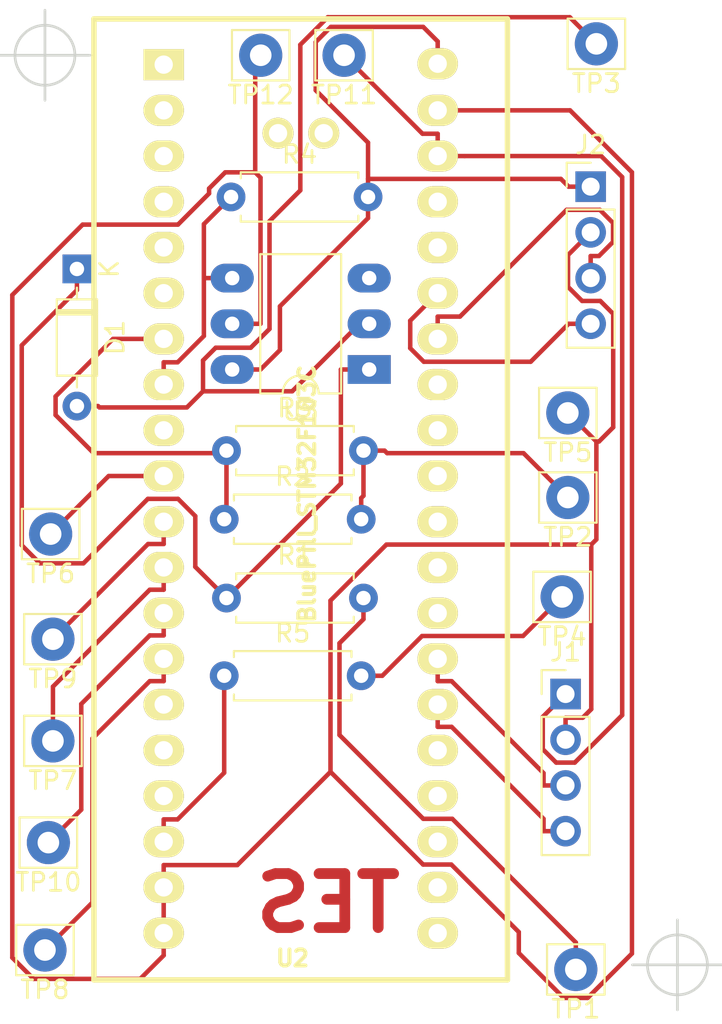
<source format=kicad_pcb>
(kicad_pcb (version 20171130) (host pcbnew 5.0.2+dfsg1-1~bpo9+1)

  (general
    (thickness 1.6)
    (drawings 3)
    (tracks 189)
    (zones 0)
    (modules 22)
    (nets 21)
  )

  (page A4)
  (layers
    (0 F.Cu signal)
    (31 B.Cu signal)
    (32 B.Adhes user)
    (33 F.Adhes user)
    (34 B.Paste user)
    (35 F.Paste user)
    (36 B.SilkS user)
    (37 F.SilkS user)
    (38 B.Mask user)
    (39 F.Mask user)
    (40 Dwgs.User user)
    (41 Cmts.User user)
    (42 Eco1.User user)
    (43 Eco2.User user)
    (44 Edge.Cuts user)
    (45 Margin user)
    (46 B.CrtYd user)
    (47 F.CrtYd user)
    (48 B.Fab user)
    (49 F.Fab user)
  )

  (setup
    (last_trace_width 0.25)
    (trace_clearance 0.25)
    (zone_clearance 0.508)
    (zone_45_only no)
    (trace_min 0.2)
    (segment_width 0.2)
    (edge_width 0.15)
    (via_size 2)
    (via_drill 1.2)
    (via_min_size 0.4)
    (via_min_drill 0.3)
    (uvia_size 0.3)
    (uvia_drill 0.1)
    (uvias_allowed no)
    (uvia_min_size 0.2)
    (uvia_min_drill 0.1)
    (pcb_text_width 0.3)
    (pcb_text_size 1.5 1.5)
    (mod_edge_width 0.15)
    (mod_text_size 1 1)
    (mod_text_width 0.15)
    (pad_size 1.524 1.524)
    (pad_drill 0.762)
    (pad_to_mask_clearance 0.051)
    (solder_mask_min_width 0.25)
    (aux_axis_origin 0 0)
    (visible_elements FFFFFF7F)
    (pcbplotparams
      (layerselection 0x010fc_ffffffff)
      (usegerberextensions false)
      (usegerberattributes false)
      (usegerberadvancedattributes false)
      (creategerberjobfile false)
      (excludeedgelayer true)
      (linewidth 0.100000)
      (plotframeref false)
      (viasonmask false)
      (mode 1)
      (useauxorigin false)
      (hpglpennumber 1)
      (hpglpenspeed 20)
      (hpglpendiameter 15.000000)
      (psnegative false)
      (psa4output false)
      (plotreference true)
      (plotvalue true)
      (plotinvisibletext false)
      (padsonsilk false)
      (subtractmaskfromsilk false)
      (outputformat 1)
      (mirror false)
      (drillshape 1)
      (scaleselection 1)
      (outputdirectory ""))
  )

  (net 0 "")
  (net 1 "Net-(D1-Pad1)")
  (net 2 "Net-(D1-Pad2)")
  (net 3 "Net-(J1-Pad1)")
  (net 4 "Net-(J1-Pad3)")
  (net 5 "Net-(J1-Pad4)")
  (net 6 "Net-(J2-Pad4)")
  (net 7 "Net-(J2-Pad3)")
  (net 8 "Net-(J2-Pad1)")
  (net 9 "Net-(R1-Pad2)")
  (net 10 "Net-(R2-Pad1)")
  (net 11 "Net-(R2-Pad2)")
  (net 12 "Net-(R5-Pad1)")
  (net 13 "Net-(R5-Pad2)")
  (net 14 GND)
  (net 15 "Net-(TP6-Pad1)")
  (net 16 "Net-(TP7-Pad1)")
  (net 17 "Net-(TP8-Pad1)")
  (net 18 "Net-(TP9-Pad1)")
  (net 19 "Net-(TP10-Pad1)")
  (net 20 "Net-(R4-Pad1)")

  (net_class Default "Ceci est la Netclass par défaut."
    (clearance 0.25)
    (trace_width 0.25)
    (via_dia 2)
    (via_drill 1.2)
    (uvia_dia 0.3)
    (uvia_drill 0.1)
    (add_net GND)
    (add_net "Net-(D1-Pad1)")
    (add_net "Net-(D1-Pad2)")
    (add_net "Net-(J1-Pad1)")
    (add_net "Net-(J1-Pad3)")
    (add_net "Net-(J1-Pad4)")
    (add_net "Net-(J2-Pad1)")
    (add_net "Net-(J2-Pad3)")
    (add_net "Net-(J2-Pad4)")
    (add_net "Net-(R1-Pad2)")
    (add_net "Net-(R2-Pad1)")
    (add_net "Net-(R2-Pad2)")
    (add_net "Net-(R4-Pad1)")
    (add_net "Net-(R5-Pad1)")
    (add_net "Net-(R5-Pad2)")
    (add_net "Net-(TP10-Pad1)")
    (add_net "Net-(TP6-Pad1)")
    (add_net "Net-(TP7-Pad1)")
    (add_net "Net-(TP8-Pad1)")
    (add_net "Net-(TP9-Pad1)")
  )

  (module Diode_THT:D_DO-35_SOD27_P7.62mm_Horizontal (layer F.Cu) (tedit 5AE50CD5) (tstamp 5CB650F6)
    (at 133.16 84.582 270)
    (descr "Diode, DO-35_SOD27 series, Axial, Horizontal, pin pitch=7.62mm, , length*diameter=4*2mm^2, , http://www.diodes.com/_files/packages/DO-35.pdf")
    (tags "Diode DO-35_SOD27 series Axial Horizontal pin pitch 7.62mm  length 4mm diameter 2mm")
    (path /5CA9EB2C)
    (fp_text reference D1 (at 3.81 -2.12 270) (layer F.SilkS)
      (effects (font (size 1 1) (thickness 0.15)))
    )
    (fp_text value 1N914 (at 3.81 2.12 270) (layer F.Fab)
      (effects (font (size 1 1) (thickness 0.15)))
    )
    (fp_line (start 1.81 -1) (end 1.81 1) (layer F.Fab) (width 0.1))
    (fp_line (start 1.81 1) (end 5.81 1) (layer F.Fab) (width 0.1))
    (fp_line (start 5.81 1) (end 5.81 -1) (layer F.Fab) (width 0.1))
    (fp_line (start 5.81 -1) (end 1.81 -1) (layer F.Fab) (width 0.1))
    (fp_line (start 0 0) (end 1.81 0) (layer F.Fab) (width 0.1))
    (fp_line (start 7.62 0) (end 5.81 0) (layer F.Fab) (width 0.1))
    (fp_line (start 2.41 -1) (end 2.41 1) (layer F.Fab) (width 0.1))
    (fp_line (start 2.51 -1) (end 2.51 1) (layer F.Fab) (width 0.1))
    (fp_line (start 2.31 -1) (end 2.31 1) (layer F.Fab) (width 0.1))
    (fp_line (start 1.69 -1.12) (end 1.69 1.12) (layer F.SilkS) (width 0.12))
    (fp_line (start 1.69 1.12) (end 5.93 1.12) (layer F.SilkS) (width 0.12))
    (fp_line (start 5.93 1.12) (end 5.93 -1.12) (layer F.SilkS) (width 0.12))
    (fp_line (start 5.93 -1.12) (end 1.69 -1.12) (layer F.SilkS) (width 0.12))
    (fp_line (start 1.04 0) (end 1.69 0) (layer F.SilkS) (width 0.12))
    (fp_line (start 6.58 0) (end 5.93 0) (layer F.SilkS) (width 0.12))
    (fp_line (start 2.41 -1.12) (end 2.41 1.12) (layer F.SilkS) (width 0.12))
    (fp_line (start 2.53 -1.12) (end 2.53 1.12) (layer F.SilkS) (width 0.12))
    (fp_line (start 2.29 -1.12) (end 2.29 1.12) (layer F.SilkS) (width 0.12))
    (fp_line (start -1.05 -1.25) (end -1.05 1.25) (layer F.CrtYd) (width 0.05))
    (fp_line (start -1.05 1.25) (end 8.67 1.25) (layer F.CrtYd) (width 0.05))
    (fp_line (start 8.67 1.25) (end 8.67 -1.25) (layer F.CrtYd) (width 0.05))
    (fp_line (start 8.67 -1.25) (end -1.05 -1.25) (layer F.CrtYd) (width 0.05))
    (fp_text user %R (at 4.11 0 270) (layer F.Fab)
      (effects (font (size 0.8 0.8) (thickness 0.12)))
    )
    (fp_text user K (at 0 -1.8 270) (layer F.Fab)
      (effects (font (size 1 1) (thickness 0.15)))
    )
    (fp_text user K (at 0 -1.8 270) (layer F.SilkS)
      (effects (font (size 1 1) (thickness 0.15)))
    )
    (pad 1 thru_hole rect (at 0 0 270) (size 1.6 1.6) (drill 0.8) (layers *.Cu *.Mask)
      (net 1 "Net-(D1-Pad1)"))
    (pad 2 thru_hole oval (at 7.62 0 270) (size 1.6 1.6) (drill 0.8) (layers *.Cu *.Mask)
      (net 2 "Net-(D1-Pad2)"))
    (model ${KISYS3DMOD}/Diode_THT.3dshapes/D_DO-35_SOD27_P7.62mm_Horizontal.wrl
      (at (xyz 0 0 0))
      (scale (xyz 1 1 1))
      (rotate (xyz 0 0 0))
    )
  )

  (module Resistor_THT:R_Axial_DIN0207_L6.3mm_D2.5mm_P7.62mm_Horizontal (layer F.Cu) (tedit 5AE5139B) (tstamp 5CB65147)
    (at 141.478 102.87)
    (descr "Resistor, Axial_DIN0207 series, Axial, Horizontal, pin pitch=7.62mm, 0.25W = 1/4W, length*diameter=6.3*2.5mm^2, http://cdn-reichelt.de/documents/datenblatt/B400/1_4W%23YAG.pdf")
    (tags "Resistor Axial_DIN0207 series Axial Horizontal pin pitch 7.62mm 0.25W = 1/4W length 6.3mm diameter 2.5mm")
    (path /5CA9F0A3)
    (fp_text reference R1 (at 3.81 -2.37) (layer F.SilkS)
      (effects (font (size 1 1) (thickness 0.15)))
    )
    (fp_text value 220 (at 3.81 2.37) (layer F.Fab)
      (effects (font (size 1 1) (thickness 0.15)))
    )
    (fp_text user %R (at 3.81 0) (layer F.Fab)
      (effects (font (size 1 1) (thickness 0.15)))
    )
    (fp_line (start 8.67 -1.5) (end -1.05 -1.5) (layer F.CrtYd) (width 0.05))
    (fp_line (start 8.67 1.5) (end 8.67 -1.5) (layer F.CrtYd) (width 0.05))
    (fp_line (start -1.05 1.5) (end 8.67 1.5) (layer F.CrtYd) (width 0.05))
    (fp_line (start -1.05 -1.5) (end -1.05 1.5) (layer F.CrtYd) (width 0.05))
    (fp_line (start 7.08 1.37) (end 7.08 1.04) (layer F.SilkS) (width 0.12))
    (fp_line (start 0.54 1.37) (end 7.08 1.37) (layer F.SilkS) (width 0.12))
    (fp_line (start 0.54 1.04) (end 0.54 1.37) (layer F.SilkS) (width 0.12))
    (fp_line (start 7.08 -1.37) (end 7.08 -1.04) (layer F.SilkS) (width 0.12))
    (fp_line (start 0.54 -1.37) (end 7.08 -1.37) (layer F.SilkS) (width 0.12))
    (fp_line (start 0.54 -1.04) (end 0.54 -1.37) (layer F.SilkS) (width 0.12))
    (fp_line (start 7.62 0) (end 6.96 0) (layer F.Fab) (width 0.1))
    (fp_line (start 0 0) (end 0.66 0) (layer F.Fab) (width 0.1))
    (fp_line (start 6.96 -1.25) (end 0.66 -1.25) (layer F.Fab) (width 0.1))
    (fp_line (start 6.96 1.25) (end 6.96 -1.25) (layer F.Fab) (width 0.1))
    (fp_line (start 0.66 1.25) (end 6.96 1.25) (layer F.Fab) (width 0.1))
    (fp_line (start 0.66 -1.25) (end 0.66 1.25) (layer F.Fab) (width 0.1))
    (pad 2 thru_hole oval (at 7.62 0) (size 1.6 1.6) (drill 0.8) (layers *.Cu *.Mask)
      (net 9 "Net-(R1-Pad2)"))
    (pad 1 thru_hole circle (at 0 0) (size 1.6 1.6) (drill 0.8) (layers *.Cu *.Mask)
      (net 1 "Net-(D1-Pad1)"))
    (model ${KISYS3DMOD}/Resistor_THT.3dshapes/R_Axial_DIN0207_L6.3mm_D2.5mm_P7.62mm_Horizontal.wrl
      (at (xyz 0 0 0))
      (scale (xyz 1 1 1))
      (rotate (xyz 0 0 0))
    )
  )

  (module Resistor_THT:R_Axial_DIN0207_L6.3mm_D2.5mm_P7.62mm_Horizontal (layer F.Cu) (tedit 5AE5139B) (tstamp 5CB6515E)
    (at 141.351 98.4885)
    (descr "Resistor, Axial_DIN0207 series, Axial, Horizontal, pin pitch=7.62mm, 0.25W = 1/4W, length*diameter=6.3*2.5mm^2, http://cdn-reichelt.de/documents/datenblatt/B400/1_4W%23YAG.pdf")
    (tags "Resistor Axial_DIN0207 series Axial Horizontal pin pitch 7.62mm 0.25W = 1/4W length 6.3mm diameter 2.5mm")
    (path /5CA9F2D0)
    (fp_text reference R2 (at 3.81 -2.37) (layer F.SilkS)
      (effects (font (size 1 1) (thickness 0.15)))
    )
    (fp_text value 22 (at 3.81 2.37) (layer F.Fab)
      (effects (font (size 1 1) (thickness 0.15)))
    )
    (fp_line (start 0.66 -1.25) (end 0.66 1.25) (layer F.Fab) (width 0.1))
    (fp_line (start 0.66 1.25) (end 6.96 1.25) (layer F.Fab) (width 0.1))
    (fp_line (start 6.96 1.25) (end 6.96 -1.25) (layer F.Fab) (width 0.1))
    (fp_line (start 6.96 -1.25) (end 0.66 -1.25) (layer F.Fab) (width 0.1))
    (fp_line (start 0 0) (end 0.66 0) (layer F.Fab) (width 0.1))
    (fp_line (start 7.62 0) (end 6.96 0) (layer F.Fab) (width 0.1))
    (fp_line (start 0.54 -1.04) (end 0.54 -1.37) (layer F.SilkS) (width 0.12))
    (fp_line (start 0.54 -1.37) (end 7.08 -1.37) (layer F.SilkS) (width 0.12))
    (fp_line (start 7.08 -1.37) (end 7.08 -1.04) (layer F.SilkS) (width 0.12))
    (fp_line (start 0.54 1.04) (end 0.54 1.37) (layer F.SilkS) (width 0.12))
    (fp_line (start 0.54 1.37) (end 7.08 1.37) (layer F.SilkS) (width 0.12))
    (fp_line (start 7.08 1.37) (end 7.08 1.04) (layer F.SilkS) (width 0.12))
    (fp_line (start -1.05 -1.5) (end -1.05 1.5) (layer F.CrtYd) (width 0.05))
    (fp_line (start -1.05 1.5) (end 8.67 1.5) (layer F.CrtYd) (width 0.05))
    (fp_line (start 8.67 1.5) (end 8.67 -1.5) (layer F.CrtYd) (width 0.05))
    (fp_line (start 8.67 -1.5) (end -1.05 -1.5) (layer F.CrtYd) (width 0.05))
    (fp_text user %R (at 3.81 0) (layer F.Fab)
      (effects (font (size 1 1) (thickness 0.15)))
    )
    (pad 1 thru_hole circle (at 0 0) (size 1.6 1.6) (drill 0.8) (layers *.Cu *.Mask)
      (net 10 "Net-(R2-Pad1)"))
    (pad 2 thru_hole oval (at 7.62 0) (size 1.6 1.6) (drill 0.8) (layers *.Cu *.Mask)
      (net 11 "Net-(R2-Pad2)"))
    (model ${KISYS3DMOD}/Resistor_THT.3dshapes/R_Axial_DIN0207_L6.3mm_D2.5mm_P7.62mm_Horizontal.wrl
      (at (xyz 0 0 0))
      (scale (xyz 1 1 1))
      (rotate (xyz 0 0 0))
    )
  )

  (module Resistor_THT:R_Axial_DIN0207_L6.3mm_D2.5mm_P7.62mm_Horizontal (layer F.Cu) (tedit 5AE5139B) (tstamp 5CB65175)
    (at 141.478 94.6785)
    (descr "Resistor, Axial_DIN0207 series, Axial, Horizontal, pin pitch=7.62mm, 0.25W = 1/4W, length*diameter=6.3*2.5mm^2, http://cdn-reichelt.de/documents/datenblatt/B400/1_4W%23YAG.pdf")
    (tags "Resistor Axial_DIN0207 series Axial Horizontal pin pitch 7.62mm 0.25W = 1/4W length 6.3mm diameter 2.5mm")
    (path /5CA9F824)
    (fp_text reference R3 (at 3.81 -2.37) (layer F.SilkS)
      (effects (font (size 1 1) (thickness 0.15)))
    )
    (fp_text value 22 (at 3.7465 1.143) (layer F.Fab)
      (effects (font (size 1 1) (thickness 0.15)))
    )
    (fp_text user %R (at 3.81 0) (layer F.Fab)
      (effects (font (size 1 1) (thickness 0.15)))
    )
    (fp_line (start 8.67 -1.5) (end -1.05 -1.5) (layer F.CrtYd) (width 0.05))
    (fp_line (start 8.67 1.5) (end 8.67 -1.5) (layer F.CrtYd) (width 0.05))
    (fp_line (start -1.05 1.5) (end 8.67 1.5) (layer F.CrtYd) (width 0.05))
    (fp_line (start -1.05 -1.5) (end -1.05 1.5) (layer F.CrtYd) (width 0.05))
    (fp_line (start 7.08 1.37) (end 7.08 1.04) (layer F.SilkS) (width 0.12))
    (fp_line (start 0.54 1.37) (end 7.08 1.37) (layer F.SilkS) (width 0.12))
    (fp_line (start 0.54 1.04) (end 0.54 1.37) (layer F.SilkS) (width 0.12))
    (fp_line (start 7.08 -1.37) (end 7.08 -1.04) (layer F.SilkS) (width 0.12))
    (fp_line (start 0.54 -1.37) (end 7.08 -1.37) (layer F.SilkS) (width 0.12))
    (fp_line (start 0.54 -1.04) (end 0.54 -1.37) (layer F.SilkS) (width 0.12))
    (fp_line (start 7.62 0) (end 6.96 0) (layer F.Fab) (width 0.1))
    (fp_line (start 0 0) (end 0.66 0) (layer F.Fab) (width 0.1))
    (fp_line (start 6.96 -1.25) (end 0.66 -1.25) (layer F.Fab) (width 0.1))
    (fp_line (start 6.96 1.25) (end 6.96 -1.25) (layer F.Fab) (width 0.1))
    (fp_line (start 0.66 1.25) (end 6.96 1.25) (layer F.Fab) (width 0.1))
    (fp_line (start 0.66 -1.25) (end 0.66 1.25) (layer F.Fab) (width 0.1))
    (pad 2 thru_hole oval (at 7.62 0) (size 1.6 1.6) (drill 0.8) (layers *.Cu *.Mask)
      (net 11 "Net-(R2-Pad2)"))
    (pad 1 thru_hole circle (at 0 0) (size 1.6 1.6) (drill 0.8) (layers *.Cu *.Mask)
      (net 10 "Net-(R2-Pad1)"))
    (model ${KISYS3DMOD}/Resistor_THT.3dshapes/R_Axial_DIN0207_L6.3mm_D2.5mm_P7.62mm_Horizontal.wrl
      (at (xyz 0 0 0))
      (scale (xyz 1 1 1))
      (rotate (xyz 0 0 0))
    )
  )

  (module Resistor_THT:R_Axial_DIN0207_L6.3mm_D2.5mm_P7.62mm_Horizontal (layer F.Cu) (tedit 5CDC30FA) (tstamp 5CB6518C)
    (at 141.732 80.5815)
    (descr "Resistor, Axial_DIN0207 series, Axial, Horizontal, pin pitch=7.62mm, 0.25W = 1/4W, length*diameter=6.3*2.5mm^2, http://cdn-reichelt.de/documents/datenblatt/B400/1_4W%23YAG.pdf")
    (tags "Resistor Axial_DIN0207 series Axial Horizontal pin pitch 7.62mm 0.25W = 1/4W length 6.3mm diameter 2.5mm")
    (path /5CDC63CC)
    (fp_text reference R4 (at 3.81 -2.37) (layer F.SilkS)
      (effects (font (size 1 1) (thickness 0.15)))
    )
    (fp_text value 220 (at 3.048 0.8255) (layer F.Fab)
      (effects (font (size 1 1) (thickness 0.15)))
    )
    (fp_line (start 0.66 -1.25) (end 0.66 1.25) (layer F.Fab) (width 0.1))
    (fp_line (start 0.66 1.25) (end 6.96 1.25) (layer F.Fab) (width 0.1))
    (fp_line (start 6.96 1.25) (end 6.96 -1.25) (layer F.Fab) (width 0.1))
    (fp_line (start 6.96 -1.25) (end 0.66 -1.25) (layer F.Fab) (width 0.1))
    (fp_line (start 0 0) (end 0.66 0) (layer F.Fab) (width 0.1))
    (fp_line (start 7.62 0) (end 6.96 0) (layer F.Fab) (width 0.1))
    (fp_line (start 0.54 -1.04) (end 0.54 -1.37) (layer F.SilkS) (width 0.12))
    (fp_line (start 0.54 -1.37) (end 7.08 -1.37) (layer F.SilkS) (width 0.12))
    (fp_line (start 7.08 -1.37) (end 7.08 -1.04) (layer F.SilkS) (width 0.12))
    (fp_line (start 0.54 1.04) (end 0.54 1.37) (layer F.SilkS) (width 0.12))
    (fp_line (start 0.54 1.37) (end 7.08 1.37) (layer F.SilkS) (width 0.12))
    (fp_line (start 7.08 1.37) (end 7.08 1.04) (layer F.SilkS) (width 0.12))
    (fp_line (start -1.05 -1.5) (end -1.05 1.5) (layer F.CrtYd) (width 0.05))
    (fp_line (start -1.05 1.5) (end 8.67 1.5) (layer F.CrtYd) (width 0.05))
    (fp_line (start 8.67 1.5) (end 8.67 -1.5) (layer F.CrtYd) (width 0.05))
    (fp_line (start 8.67 -1.5) (end -1.05 -1.5) (layer F.CrtYd) (width 0.05))
    (fp_text user %R (at 3.81 0) (layer F.Fab)
      (effects (font (size 1 1) (thickness 0.15)))
    )
    (pad 1 thru_hole circle (at 0 0) (size 1.6 1.6) (drill 0.8) (layers *.Cu *.Mask)
      (net 20 "Net-(R4-Pad1)"))
    (pad 2 thru_hole oval (at 7.62 0) (size 1.6 1.6) (drill 0.8) (layers *.Cu *.Mask)
      (net 8 "Net-(J2-Pad1)"))
    (model ${KISYS3DMOD}/Resistor_THT.3dshapes/R_Axial_DIN0207_L6.3mm_D2.5mm_P7.62mm_Horizontal.wrl
      (at (xyz 0 0 0))
      (scale (xyz 1 1 1))
      (rotate (xyz 0 0 0))
    )
  )

  (module Resistor_THT:R_Axial_DIN0207_L6.3mm_D2.5mm_P7.62mm_Horizontal (layer F.Cu) (tedit 5AE5139B) (tstamp 5CB651A3)
    (at 141.351 107.188)
    (descr "Resistor, Axial_DIN0207 series, Axial, Horizontal, pin pitch=7.62mm, 0.25W = 1/4W, length*diameter=6.3*2.5mm^2, http://cdn-reichelt.de/documents/datenblatt/B400/1_4W%23YAG.pdf")
    (tags "Resistor Axial_DIN0207 series Axial Horizontal pin pitch 7.62mm 0.25W = 1/4W length 6.3mm diameter 2.5mm")
    (path /5CA9F661)
    (fp_text reference R5 (at 3.81 -2.37) (layer F.SilkS)
      (effects (font (size 1 1) (thickness 0.15)))
    )
    (fp_text value 33 (at 3.81 2.37) (layer F.Fab)
      (effects (font (size 1 1) (thickness 0.15)))
    )
    (fp_line (start 0.66 -1.25) (end 0.66 1.25) (layer F.Fab) (width 0.1))
    (fp_line (start 0.66 1.25) (end 6.96 1.25) (layer F.Fab) (width 0.1))
    (fp_line (start 6.96 1.25) (end 6.96 -1.25) (layer F.Fab) (width 0.1))
    (fp_line (start 6.96 -1.25) (end 0.66 -1.25) (layer F.Fab) (width 0.1))
    (fp_line (start 0 0) (end 0.66 0) (layer F.Fab) (width 0.1))
    (fp_line (start 7.62 0) (end 6.96 0) (layer F.Fab) (width 0.1))
    (fp_line (start 0.54 -1.04) (end 0.54 -1.37) (layer F.SilkS) (width 0.12))
    (fp_line (start 0.54 -1.37) (end 7.08 -1.37) (layer F.SilkS) (width 0.12))
    (fp_line (start 7.08 -1.37) (end 7.08 -1.04) (layer F.SilkS) (width 0.12))
    (fp_line (start 0.54 1.04) (end 0.54 1.37) (layer F.SilkS) (width 0.12))
    (fp_line (start 0.54 1.37) (end 7.08 1.37) (layer F.SilkS) (width 0.12))
    (fp_line (start 7.08 1.37) (end 7.08 1.04) (layer F.SilkS) (width 0.12))
    (fp_line (start -1.05 -1.5) (end -1.05 1.5) (layer F.CrtYd) (width 0.05))
    (fp_line (start -1.05 1.5) (end 8.67 1.5) (layer F.CrtYd) (width 0.05))
    (fp_line (start 8.67 1.5) (end 8.67 -1.5) (layer F.CrtYd) (width 0.05))
    (fp_line (start 8.67 -1.5) (end -1.05 -1.5) (layer F.CrtYd) (width 0.05))
    (fp_text user %R (at 3.429 0.0635) (layer F.Fab)
      (effects (font (size 1 1) (thickness 0.15)))
    )
    (pad 1 thru_hole circle (at 0 0) (size 1.6 1.6) (drill 0.8) (layers *.Cu *.Mask)
      (net 12 "Net-(R5-Pad1)"))
    (pad 2 thru_hole oval (at 7.62 0) (size 1.6 1.6) (drill 0.8) (layers *.Cu *.Mask)
      (net 13 "Net-(R5-Pad2)"))
    (model ${KISYS3DMOD}/Resistor_THT.3dshapes/R_Axial_DIN0207_L6.3mm_D2.5mm_P7.62mm_Horizontal.wrl
      (at (xyz 0 0 0))
      (scale (xyz 1 1 1))
      (rotate (xyz 0 0 0))
    )
  )

  (module BluePill_breakouts:BluePill_STM32F103C (layer F.Cu) (tedit 59B4EF3F) (tstamp 5CB65560)
    (at 137.986 73.279)
    (descr "STM32F103C8 BluePill board")
    (path /5CA9E5CB)
    (fp_text reference U2 (at 7.1628 49.6062 180) (layer F.SilkS)
      (effects (font (size 0.889 0.889) (thickness 0.3048)))
    )
    (fp_text value BluePill_STM32F103C (at 7.9756 23.7998 90) (layer F.SilkS)
      (effects (font (size 0.889 0.889) (thickness 0.22225)))
    )
    (fp_line (start 19.12 -2.59) (end 19.12 50.81) (layer F.SilkS) (width 0.3048))
    (fp_line (start 19.12 50.81) (end -3.88 50.81) (layer F.SilkS) (width 0.3048))
    (fp_line (start -3.88 50.81) (end -3.88 -2.59) (layer F.SilkS) (width 0.3048))
    (fp_line (start -3.88 -2.59) (end 19.12 -2.59) (layer F.SilkS) (width 0.3048))
    (pad 1 thru_hole rect (at 0 -0.0508 270) (size 1.7272 2.25) (drill 1.016) (layers *.Cu *.Mask F.SilkS))
    (pad 2 thru_hole oval (at 0 2.4892 270) (size 1.7272 2.25) (drill 1.016) (layers *.Cu *.Mask F.SilkS))
    (pad 3 thru_hole oval (at 0 5.0292 270) (size 1.7272 2.25) (drill 1.016) (layers *.Cu *.Mask F.SilkS))
    (pad 4 thru_hole oval (at 0 7.5692 270) (size 1.7272 2.25) (drill 1.016) (layers *.Cu *.Mask F.SilkS))
    (pad 5 thru_hole oval (at 0 10.1092 270) (size 1.7272 2.25) (drill 1.016) (layers *.Cu *.Mask F.SilkS))
    (pad 6 thru_hole oval (at 0 12.6492 270) (size 1.7272 2.25) (drill 1.016) (layers *.Cu *.Mask F.SilkS))
    (pad 7 thru_hole oval (at 0 15.1892 270) (size 1.7272 2.25) (drill 1.016) (layers *.Cu *.Mask F.SilkS)
      (net 10 "Net-(R2-Pad1)"))
    (pad 8 thru_hole oval (at 0 17.7292 270) (size 1.7272 2.25) (drill 1.016) (layers *.Cu *.Mask F.SilkS)
      (net 20 "Net-(R4-Pad1)"))
    (pad 9 thru_hole oval (at 0 20.2692 270) (size 1.7272 2.25) (drill 1.016) (layers *.Cu *.Mask F.SilkS))
    (pad 10 thru_hole oval (at 0 22.8092 270) (size 1.7272 2.25) (drill 1.016) (layers *.Cu *.Mask F.SilkS)
      (net 15 "Net-(TP6-Pad1)"))
    (pad 11 thru_hole oval (at 0 25.3492 270) (size 1.7272 2.25) (drill 1.016) (layers *.Cu *.Mask F.SilkS)
      (net 18 "Net-(TP9-Pad1)"))
    (pad 12 thru_hole oval (at 0 27.8892 270) (size 1.7272 2.25) (drill 1.016) (layers *.Cu *.Mask F.SilkS)
      (net 16 "Net-(TP7-Pad1)"))
    (pad 13 thru_hole oval (at 0 30.4292 270) (size 1.7272 2.25) (drill 1.016) (layers *.Cu *.Mask F.SilkS)
      (net 19 "Net-(TP10-Pad1)"))
    (pad 14 thru_hole oval (at 0 32.9692 270) (size 1.7272 2.25) (drill 1.016) (layers *.Cu *.Mask F.SilkS)
      (net 17 "Net-(TP8-Pad1)"))
    (pad 15 thru_hole oval (at 0 35.5092 270) (size 1.7272 2.25) (drill 1.016) (layers *.Cu *.Mask F.SilkS))
    (pad 16 thru_hole oval (at 0 38.0492 270) (size 1.7272 2.25) (drill 1.016) (layers *.Cu *.Mask F.SilkS))
    (pad 17 thru_hole oval (at 0 40.5892 270) (size 1.7272 2.25) (drill 1.016) (layers *.Cu *.Mask F.SilkS))
    (pad 18 thru_hole oval (at 0 43.1292 270) (size 1.7272 2.25) (drill 1.016) (layers *.Cu *.Mask F.SilkS)
      (net 12 "Net-(R5-Pad1)"))
    (pad 19 thru_hole oval (at 0 45.6692 270) (size 1.7272 2.25) (drill 1.016) (layers *.Cu *.Mask F.SilkS)
      (net 14 GND))
    (pad 20 thru_hole oval (at 0 48.2092 270) (size 1.7272 2.25) (drill 1.016) (layers *.Cu *.Mask F.SilkS)
      (net 14 GND))
    (pad 21 thru_hole oval (at 15.24 48.2092 90) (size 1.7272 2.25) (drill 1.016) (layers *.Cu *.Mask F.SilkS))
    (pad 22 thru_hole oval (at 15.24 45.6692 90) (size 1.7272 2.25) (drill 1.016) (layers *.Cu *.Mask F.SilkS))
    (pad 23 thru_hole oval (at 15.24 43.1292 90) (size 1.7272 2.25) (drill 1.016) (layers *.Cu *.Mask F.SilkS))
    (pad 24 thru_hole oval (at 15.24 40.5892 90) (size 1.7272 2.25) (drill 1.016) (layers *.Cu *.Mask F.SilkS))
    (pad 25 thru_hole oval (at 15.24 38.0492 90) (size 1.7272 2.25) (drill 1.016) (layers *.Cu *.Mask F.SilkS))
    (pad 26 thru_hole oval (at 15.24 35.5092 90) (size 1.7272 2.25) (drill 1.016) (layers *.Cu *.Mask F.SilkS)
      (net 5 "Net-(J1-Pad4)"))
    (pad 27 thru_hole oval (at 15.24 32.9692 90) (size 1.7272 2.25) (drill 1.016) (layers *.Cu *.Mask F.SilkS)
      (net 4 "Net-(J1-Pad3)"))
    (pad 28 thru_hole oval (at 15.24 30.4292 90) (size 1.7272 2.25) (drill 1.016) (layers *.Cu *.Mask F.SilkS))
    (pad 29 thru_hole oval (at 15.24 27.8892 90) (size 1.7272 2.25) (drill 1.016) (layers *.Cu *.Mask F.SilkS))
    (pad 30 thru_hole oval (at 15.24 25.3492 90) (size 1.7272 2.25) (drill 1.016) (layers *.Cu *.Mask F.SilkS))
    (pad 31 thru_hole oval (at 15.24 22.8092 90) (size 1.7272 2.25) (drill 1.016) (layers *.Cu *.Mask F.SilkS))
    (pad 32 thru_hole oval (at 15.24 20.2692 90) (size 1.7272 2.25) (drill 1.016) (layers *.Cu *.Mask F.SilkS))
    (pad 33 thru_hole oval (at 15.24 17.7292 90) (size 1.7272 2.25) (drill 1.016) (layers *.Cu *.Mask F.SilkS))
    (pad 34 thru_hole oval (at 15.24 15.1892 90) (size 1.7272 2.25) (drill 1.016) (layers *.Cu *.Mask F.SilkS)
      (net 7 "Net-(J2-Pad3)"))
    (pad 35 thru_hole oval (at 15.24 12.6492 90) (size 1.7272 2.25) (drill 1.016) (layers *.Cu *.Mask F.SilkS)
      (net 6 "Net-(J2-Pad4)"))
    (pad 36 thru_hole oval (at 15.24 10.1092 90) (size 1.7272 2.25) (drill 1.016) (layers *.Cu *.Mask F.SilkS))
    (pad 37 thru_hole oval (at 15.24 7.5692 90) (size 1.7272 2.25) (drill 1.016) (layers *.Cu *.Mask F.SilkS))
    (pad 38 thru_hole oval (at 15.24 5.0292 90) (size 1.7272 2.25) (drill 1.016) (layers *.Cu *.Mask F.SilkS)
      (net 3 "Net-(J1-Pad1)"))
    (pad 39 thru_hole oval (at 15.24 2.4892 90) (size 1.7272 2.25) (drill 1.016) (layers *.Cu *.Mask F.SilkS)
      (net 14 GND))
    (pad 40 thru_hole oval (at 15.24 -0.1016 90) (size 1.7272 2.25) (drill 1.016) (layers *.Cu *.Mask F.SilkS)
      (net 8 "Net-(J2-Pad1)"))
    (pad 41 thru_hole oval (at 8.9 3.7592 90) (size 1.7272 1.7272) (drill 1.016) (layers *.Cu *.Mask F.SilkS))
    (pad 42 thru_hole oval (at 6.36 3.7592 90) (size 1.7272 1.7272) (drill 1.016) (layers *.Cu *.Mask F.SilkS))
  )

  (module Connector_PinHeader_2.54mm:PinHeader_1x04_P2.54mm_Vertical (layer F.Cu) (tedit 5CDC3286) (tstamp 5CB6612C)
    (at 160.338 108.204)
    (descr "Through hole straight pin header, 1x04, 2.54mm pitch, single row")
    (tags "Through hole pin header THT 1x04 2.54mm single row")
    (path /5CAA0D75)
    (fp_text reference J1 (at 0 -2.33) (layer F.SilkS)
      (effects (font (size 1 1) (thickness 0.15)))
    )
    (fp_text value "V gnd 10 9" (at 2.9845 3.3655 -90) (layer F.Fab)
      (effects (font (size 1 1) (thickness 0.15)))
    )
    (fp_line (start -0.635 -1.27) (end 1.27 -1.27) (layer F.Fab) (width 0.1))
    (fp_line (start 1.27 -1.27) (end 1.27 8.89) (layer F.Fab) (width 0.1))
    (fp_line (start 1.27 8.89) (end -1.27 8.89) (layer F.Fab) (width 0.1))
    (fp_line (start -1.27 8.89) (end -1.27 -0.635) (layer F.Fab) (width 0.1))
    (fp_line (start -1.27 -0.635) (end -0.635 -1.27) (layer F.Fab) (width 0.1))
    (fp_line (start -1.33 8.95) (end 1.33 8.95) (layer F.SilkS) (width 0.12))
    (fp_line (start -1.33 1.27) (end -1.33 8.95) (layer F.SilkS) (width 0.12))
    (fp_line (start 1.33 1.27) (end 1.33 8.95) (layer F.SilkS) (width 0.12))
    (fp_line (start -1.33 1.27) (end 1.33 1.27) (layer F.SilkS) (width 0.12))
    (fp_line (start -1.33 0) (end -1.33 -1.33) (layer F.SilkS) (width 0.12))
    (fp_line (start -1.33 -1.33) (end 0 -1.33) (layer F.SilkS) (width 0.12))
    (fp_line (start -1.8 -1.8) (end -1.8 9.4) (layer F.CrtYd) (width 0.05))
    (fp_line (start -1.8 9.4) (end 1.8 9.4) (layer F.CrtYd) (width 0.05))
    (fp_line (start 1.8 9.4) (end 1.8 -1.8) (layer F.CrtYd) (width 0.05))
    (fp_line (start 1.8 -1.8) (end -1.8 -1.8) (layer F.CrtYd) (width 0.05))
    (fp_text user %R (at 0 3.81 90) (layer F.Fab)
      (effects (font (size 1 1) (thickness 0.15)))
    )
    (pad 1 thru_hole rect (at 0 0) (size 1.7 1.7) (drill 1) (layers *.Cu *.Mask)
      (net 3 "Net-(J1-Pad1)"))
    (pad 2 thru_hole oval (at 0 2.54) (size 1.7 1.7) (drill 1) (layers *.Cu *.Mask)
      (net 14 GND))
    (pad 3 thru_hole oval (at 0 5.08) (size 1.7 1.7) (drill 1) (layers *.Cu *.Mask)
      (net 4 "Net-(J1-Pad3)"))
    (pad 4 thru_hole oval (at 0 7.62) (size 1.7 1.7) (drill 1) (layers *.Cu *.Mask)
      (net 5 "Net-(J1-Pad4)"))
    (model ${KISYS3DMOD}/Connector_PinHeader_2.54mm.3dshapes/PinHeader_1x04_P2.54mm_Vertical.wrl
      (at (xyz 0 0 0))
      (scale (xyz 1 1 1))
      (rotate (xyz 0 0 0))
    )
  )

  (module Connector_PinHeader_2.54mm:PinHeader_1x04_P2.54mm_Vertical (layer F.Cu) (tedit 5CDC31E3) (tstamp 5CB66143)
    (at 161.734 80.01)
    (descr "Through hole straight pin header, 1x04, 2.54mm pitch, single row")
    (tags "Through hole pin header THT 1x04 2.54mm single row")
    (path /5CAA2CDE)
    (fp_text reference J2 (at 0 -2.33) (layer F.SilkS)
      (effects (font (size 1 1) (thickness 0.15)))
    )
    (fp_text value "v gnd scl sda" (at -2.54 3.874 -90) (layer F.Fab)
      (effects (font (size 1 1) (thickness 0.15)))
    )
    (fp_text user %R (at 0 3.81 90) (layer F.Fab)
      (effects (font (size 1 1) (thickness 0.15)))
    )
    (fp_line (start 1.8 -1.8) (end -1.8 -1.8) (layer F.CrtYd) (width 0.05))
    (fp_line (start 1.8 9.4) (end 1.8 -1.8) (layer F.CrtYd) (width 0.05))
    (fp_line (start -1.8 9.4) (end 1.8 9.4) (layer F.CrtYd) (width 0.05))
    (fp_line (start -1.8 -1.8) (end -1.8 9.4) (layer F.CrtYd) (width 0.05))
    (fp_line (start -1.33 -1.33) (end 0 -1.33) (layer F.SilkS) (width 0.12))
    (fp_line (start -1.33 0) (end -1.33 -1.33) (layer F.SilkS) (width 0.12))
    (fp_line (start -1.33 1.27) (end 1.33 1.27) (layer F.SilkS) (width 0.12))
    (fp_line (start 1.33 1.27) (end 1.33 8.95) (layer F.SilkS) (width 0.12))
    (fp_line (start -1.33 1.27) (end -1.33 8.95) (layer F.SilkS) (width 0.12))
    (fp_line (start -1.33 8.95) (end 1.33 8.95) (layer F.SilkS) (width 0.12))
    (fp_line (start -1.27 -0.635) (end -0.635 -1.27) (layer F.Fab) (width 0.1))
    (fp_line (start -1.27 8.89) (end -1.27 -0.635) (layer F.Fab) (width 0.1))
    (fp_line (start 1.27 8.89) (end -1.27 8.89) (layer F.Fab) (width 0.1))
    (fp_line (start 1.27 -1.27) (end 1.27 8.89) (layer F.Fab) (width 0.1))
    (fp_line (start -0.635 -1.27) (end 1.27 -1.27) (layer F.Fab) (width 0.1))
    (pad 4 thru_hole oval (at 0 7.62) (size 1.7 1.7) (drill 1) (layers *.Cu *.Mask)
      (net 6 "Net-(J2-Pad4)"))
    (pad 3 thru_hole oval (at 0 5.08) (size 1.7 1.7) (drill 1) (layers *.Cu *.Mask)
      (net 7 "Net-(J2-Pad3)"))
    (pad 2 thru_hole oval (at 0 2.54) (size 1.7 1.7) (drill 1) (layers *.Cu *.Mask)
      (net 14 GND))
    (pad 1 thru_hole rect (at 0 0) (size 1.7 1.7) (drill 1) (layers *.Cu *.Mask)
      (net 8 "Net-(J2-Pad1)"))
    (model ${KISYS3DMOD}/Connector_PinHeader_2.54mm.3dshapes/PinHeader_1x04_P2.54mm_Vertical.wrl
      (at (xyz 0 0 0))
      (scale (xyz 1 1 1))
      (rotate (xyz 0 0 0))
    )
  )

  (module Connector_Pin:Pin_D1.2mm_L11.3mm_W3.0mm_Flat (layer F.Cu) (tedit 5A1DC085) (tstamp 5CAA2722)
    (at 160.909 123.508)
    (descr "solder Pin_ with flat with hole, hole diameter 1.2mm, length 11.3mm, width 3.0mm")
    (tags "solder Pin_ with flat fork")
    (path /5CA9F164)
    (fp_text reference TP1 (at 0 2.2) (layer F.SilkS)
      (effects (font (size 1 1) (thickness 0.15)))
    )
    (fp_text value "MIn 4" (at 0 -2.05) (layer F.Fab)
      (effects (font (size 1 1) (thickness 0.15)))
    )
    (fp_line (start 2 1.7) (end -2 1.7) (layer F.CrtYd) (width 0.05))
    (fp_line (start 2 1.7) (end 2 -1.7) (layer F.CrtYd) (width 0.05))
    (fp_line (start -2 -1.7) (end -2 1.7) (layer F.CrtYd) (width 0.05))
    (fp_line (start -2 -1.7) (end 2 -1.7) (layer F.CrtYd) (width 0.05))
    (fp_line (start -1.5 0.25) (end -1.5 -0.25) (layer F.Fab) (width 0.12))
    (fp_line (start 1.5 0.25) (end -1.5 0.25) (layer F.Fab) (width 0.12))
    (fp_line (start 1.5 -0.25) (end 1.5 0.25) (layer F.Fab) (width 0.12))
    (fp_line (start -1.5 -0.25) (end 1.5 -0.25) (layer F.Fab) (width 0.12))
    (fp_line (start 1.6 1.4) (end -1.6 1.4) (layer F.SilkS) (width 0.12))
    (fp_line (start -1.6 -1.4) (end 1.6 -1.4) (layer F.SilkS) (width 0.12))
    (fp_line (start 1.6 -1.4) (end 1.6 1.4) (layer F.SilkS) (width 0.12))
    (fp_line (start -1.6 1.4) (end -1.6 -1.4) (layer F.SilkS) (width 0.12))
    (fp_text user %R (at 0 2.2) (layer F.Fab)
      (effects (font (size 1 1) (thickness 0.15)))
    )
    (pad 1 thru_hole circle (at 0 0) (size 2.4 2.4) (drill 1.2) (layers *.Cu *.Mask)
      (net 9 "Net-(R1-Pad2)"))
    (model ${KISYS3DMOD}/Connector_Pin.3dshapes/Pin_D1.2mm_L11.3mm_W3.0mm_Flat.wrl
      (at (xyz 0 0 0))
      (scale (xyz 1 1 1))
      (rotate (xyz 0 0 0))
    )
  )

  (module Connector_Pin:Pin_D1.2mm_L11.3mm_W3.0mm_Flat (layer F.Cu) (tedit 5A1DC085) (tstamp 5CAA2733)
    (at 160.464 97.282)
    (descr "solder Pin_ with flat with hole, hole diameter 1.2mm, length 11.3mm, width 3.0mm")
    (tags "solder Pin_ with flat fork")
    (path /5CA9F524)
    (fp_text reference TP2 (at 0 2.2) (layer F.SilkS)
      (effects (font (size 1 1) (thickness 0.15)))
    )
    (fp_text value "Mout 5" (at 0 -1.7145) (layer F.Fab)
      (effects (font (size 1 1) (thickness 0.15)))
    )
    (fp_line (start 2 1.7) (end -2 1.7) (layer F.CrtYd) (width 0.05))
    (fp_line (start 2 1.7) (end 2 -1.7) (layer F.CrtYd) (width 0.05))
    (fp_line (start -2 -1.7) (end -2 1.7) (layer F.CrtYd) (width 0.05))
    (fp_line (start -2 -1.7) (end 2 -1.7) (layer F.CrtYd) (width 0.05))
    (fp_line (start -1.5 0.25) (end -1.5 -0.25) (layer F.Fab) (width 0.12))
    (fp_line (start 1.5 0.25) (end -1.5 0.25) (layer F.Fab) (width 0.12))
    (fp_line (start 1.5 -0.25) (end 1.5 0.25) (layer F.Fab) (width 0.12))
    (fp_line (start -1.5 -0.25) (end 1.5 -0.25) (layer F.Fab) (width 0.12))
    (fp_line (start 1.6 1.4) (end -1.6 1.4) (layer F.SilkS) (width 0.12))
    (fp_line (start -1.6 -1.4) (end 1.6 -1.4) (layer F.SilkS) (width 0.12))
    (fp_line (start 1.6 -1.4) (end 1.6 1.4) (layer F.SilkS) (width 0.12))
    (fp_line (start -1.6 1.4) (end -1.6 -1.4) (layer F.SilkS) (width 0.12))
    (fp_text user %R (at 0 2.2) (layer F.Fab)
      (effects (font (size 1 1) (thickness 0.15)))
    )
    (pad 1 thru_hole circle (at 0 0) (size 2.4 2.4) (drill 1.2) (layers *.Cu *.Mask)
      (net 11 "Net-(R2-Pad2)"))
    (model ${KISYS3DMOD}/Connector_Pin.3dshapes/Pin_D1.2mm_L11.3mm_W3.0mm_Flat.wrl
      (at (xyz 0 0 0))
      (scale (xyz 1 1 1))
      (rotate (xyz 0 0 0))
    )
  )

  (module Connector_Pin:Pin_D1.2mm_L11.3mm_W3.0mm_Flat (layer F.Cu) (tedit 5A1DC085) (tstamp 5CAA2744)
    (at 162.052 72.0725)
    (descr "solder Pin_ with flat with hole, hole diameter 1.2mm, length 11.3mm, width 3.0mm")
    (tags "solder Pin_ with flat fork")
    (path /5CA9F1FD)
    (fp_text reference TP3 (at 0 2.2) (layer F.SilkS)
      (effects (font (size 1 1) (thickness 0.15)))
    )
    (fp_text value "Min 5" (at 0.127 -1.5875) (layer F.Fab)
      (effects (font (size 1 1) (thickness 0.15)))
    )
    (fp_text user %R (at 0 2.2) (layer F.Fab)
      (effects (font (size 1 1) (thickness 0.15)))
    )
    (fp_line (start -1.6 1.4) (end -1.6 -1.4) (layer F.SilkS) (width 0.12))
    (fp_line (start 1.6 -1.4) (end 1.6 1.4) (layer F.SilkS) (width 0.12))
    (fp_line (start -1.6 -1.4) (end 1.6 -1.4) (layer F.SilkS) (width 0.12))
    (fp_line (start 1.6 1.4) (end -1.6 1.4) (layer F.SilkS) (width 0.12))
    (fp_line (start -1.5 -0.25) (end 1.5 -0.25) (layer F.Fab) (width 0.12))
    (fp_line (start 1.5 -0.25) (end 1.5 0.25) (layer F.Fab) (width 0.12))
    (fp_line (start 1.5 0.25) (end -1.5 0.25) (layer F.Fab) (width 0.12))
    (fp_line (start -1.5 0.25) (end -1.5 -0.25) (layer F.Fab) (width 0.12))
    (fp_line (start -2 -1.7) (end 2 -1.7) (layer F.CrtYd) (width 0.05))
    (fp_line (start -2 -1.7) (end -2 1.7) (layer F.CrtYd) (width 0.05))
    (fp_line (start 2 1.7) (end 2 -1.7) (layer F.CrtYd) (width 0.05))
    (fp_line (start 2 1.7) (end -2 1.7) (layer F.CrtYd) (width 0.05))
    (pad 1 thru_hole circle (at 0 0) (size 2.4 2.4) (drill 1.2) (layers *.Cu *.Mask)
      (net 2 "Net-(D1-Pad2)"))
    (model ${KISYS3DMOD}/Connector_Pin.3dshapes/Pin_D1.2mm_L11.3mm_W3.0mm_Flat.wrl
      (at (xyz 0 0 0))
      (scale (xyz 1 1 1))
      (rotate (xyz 0 0 0))
    )
  )

  (module Connector_Pin:Pin_D1.2mm_L11.3mm_W3.0mm_Flat (layer F.Cu) (tedit 5A1DC085) (tstamp 5CAA2755)
    (at 160.147 102.806)
    (descr "solder Pin_ with flat with hole, hole diameter 1.2mm, length 11.3mm, width 3.0mm")
    (tags "solder Pin_ with flat fork")
    (path /5CAA00B5)
    (fp_text reference TP4 (at 0 2.2) (layer F.SilkS)
      (effects (font (size 1 1) (thickness 0.15)))
    )
    (fp_text value "Mout 4" (at 0 -2.05) (layer F.Fab)
      (effects (font (size 1 1) (thickness 0.15)))
    )
    (fp_text user %R (at 0 2.2) (layer F.Fab)
      (effects (font (size 1 1) (thickness 0.15)))
    )
    (fp_line (start -1.6 1.4) (end -1.6 -1.4) (layer F.SilkS) (width 0.12))
    (fp_line (start 1.6 -1.4) (end 1.6 1.4) (layer F.SilkS) (width 0.12))
    (fp_line (start -1.6 -1.4) (end 1.6 -1.4) (layer F.SilkS) (width 0.12))
    (fp_line (start 1.6 1.4) (end -1.6 1.4) (layer F.SilkS) (width 0.12))
    (fp_line (start -1.5 -0.25) (end 1.5 -0.25) (layer F.Fab) (width 0.12))
    (fp_line (start 1.5 -0.25) (end 1.5 0.25) (layer F.Fab) (width 0.12))
    (fp_line (start 1.5 0.25) (end -1.5 0.25) (layer F.Fab) (width 0.12))
    (fp_line (start -1.5 0.25) (end -1.5 -0.25) (layer F.Fab) (width 0.12))
    (fp_line (start -2 -1.7) (end 2 -1.7) (layer F.CrtYd) (width 0.05))
    (fp_line (start -2 -1.7) (end -2 1.7) (layer F.CrtYd) (width 0.05))
    (fp_line (start 2 1.7) (end 2 -1.7) (layer F.CrtYd) (width 0.05))
    (fp_line (start 2 1.7) (end -2 1.7) (layer F.CrtYd) (width 0.05))
    (pad 1 thru_hole circle (at 0 0) (size 2.4 2.4) (drill 1.2) (layers *.Cu *.Mask)
      (net 13 "Net-(R5-Pad2)"))
    (model ${KISYS3DMOD}/Connector_Pin.3dshapes/Pin_D1.2mm_L11.3mm_W3.0mm_Flat.wrl
      (at (xyz 0 0 0))
      (scale (xyz 1 1 1))
      (rotate (xyz 0 0 0))
    )
  )

  (module Connector_Pin:Pin_D1.2mm_L11.3mm_W3.0mm_Flat (layer F.Cu) (tedit 5A1DC085) (tstamp 5CAA2766)
    (at 160.464 92.583)
    (descr "solder Pin_ with flat with hole, hole diameter 1.2mm, length 11.3mm, width 3.0mm")
    (tags "solder Pin_ with flat fork")
    (path /5CAA025B)
    (fp_text reference TP5 (at 0 2.2) (layer F.SilkS)
      (effects (font (size 1 1) (thickness 0.15)))
    )
    (fp_text value "Mout 2" (at 0 -2.05) (layer F.Fab)
      (effects (font (size 1 1) (thickness 0.15)))
    )
    (fp_line (start 2 1.7) (end -2 1.7) (layer F.CrtYd) (width 0.05))
    (fp_line (start 2 1.7) (end 2 -1.7) (layer F.CrtYd) (width 0.05))
    (fp_line (start -2 -1.7) (end -2 1.7) (layer F.CrtYd) (width 0.05))
    (fp_line (start -2 -1.7) (end 2 -1.7) (layer F.CrtYd) (width 0.05))
    (fp_line (start -1.5 0.25) (end -1.5 -0.25) (layer F.Fab) (width 0.12))
    (fp_line (start 1.5 0.25) (end -1.5 0.25) (layer F.Fab) (width 0.12))
    (fp_line (start 1.5 -0.25) (end 1.5 0.25) (layer F.Fab) (width 0.12))
    (fp_line (start -1.5 -0.25) (end 1.5 -0.25) (layer F.Fab) (width 0.12))
    (fp_line (start 1.6 1.4) (end -1.6 1.4) (layer F.SilkS) (width 0.12))
    (fp_line (start -1.6 -1.4) (end 1.6 -1.4) (layer F.SilkS) (width 0.12))
    (fp_line (start 1.6 -1.4) (end 1.6 1.4) (layer F.SilkS) (width 0.12))
    (fp_line (start -1.6 1.4) (end -1.6 -1.4) (layer F.SilkS) (width 0.12))
    (fp_text user %R (at 0 2.2) (layer F.Fab)
      (effects (font (size 1 1) (thickness 0.15)))
    )
    (pad 1 thru_hole circle (at 0 0) (size 2.4 2.4) (drill 1.2) (layers *.Cu *.Mask)
      (net 14 GND))
    (model ${KISYS3DMOD}/Connector_Pin.3dshapes/Pin_D1.2mm_L11.3mm_W3.0mm_Flat.wrl
      (at (xyz 0 0 0))
      (scale (xyz 1 1 1))
      (rotate (xyz 0 0 0))
    )
  )

  (module Connector_Pin:Pin_D1.2mm_L11.3mm_W3.0mm_Flat (layer F.Cu) (tedit 5A1DC085) (tstamp 5CAA2777)
    (at 131.699 99.314)
    (descr "solder Pin_ with flat with hole, hole diameter 1.2mm, length 11.3mm, width 3.0mm")
    (tags "solder Pin_ with flat fork")
    (path /5CAA53D7)
    (fp_text reference TP6 (at 0 2.2) (layer F.SilkS)
      (effects (font (size 1 1) (thickness 0.15)))
    )
    (fp_text value 1 (at 0 -2.05) (layer F.Fab)
      (effects (font (size 1 1) (thickness 0.15)))
    )
    (fp_text user %R (at 0 2.2) (layer F.Fab)
      (effects (font (size 1 1) (thickness 0.15)))
    )
    (fp_line (start -1.6 1.4) (end -1.6 -1.4) (layer F.SilkS) (width 0.12))
    (fp_line (start 1.6 -1.4) (end 1.6 1.4) (layer F.SilkS) (width 0.12))
    (fp_line (start -1.6 -1.4) (end 1.6 -1.4) (layer F.SilkS) (width 0.12))
    (fp_line (start 1.6 1.4) (end -1.6 1.4) (layer F.SilkS) (width 0.12))
    (fp_line (start -1.5 -0.25) (end 1.5 -0.25) (layer F.Fab) (width 0.12))
    (fp_line (start 1.5 -0.25) (end 1.5 0.25) (layer F.Fab) (width 0.12))
    (fp_line (start 1.5 0.25) (end -1.5 0.25) (layer F.Fab) (width 0.12))
    (fp_line (start -1.5 0.25) (end -1.5 -0.25) (layer F.Fab) (width 0.12))
    (fp_line (start -2 -1.7) (end 2 -1.7) (layer F.CrtYd) (width 0.05))
    (fp_line (start -2 -1.7) (end -2 1.7) (layer F.CrtYd) (width 0.05))
    (fp_line (start 2 1.7) (end 2 -1.7) (layer F.CrtYd) (width 0.05))
    (fp_line (start 2 1.7) (end -2 1.7) (layer F.CrtYd) (width 0.05))
    (pad 1 thru_hole circle (at 0 0) (size 2.4 2.4) (drill 1.2) (layers *.Cu *.Mask)
      (net 15 "Net-(TP6-Pad1)"))
    (model ${KISYS3DMOD}/Connector_Pin.3dshapes/Pin_D1.2mm_L11.3mm_W3.0mm_Flat.wrl
      (at (xyz 0 0 0))
      (scale (xyz 1 1 1))
      (rotate (xyz 0 0 0))
    )
  )

  (module Connector_Pin:Pin_D1.2mm_L11.3mm_W3.0mm_Flat (layer F.Cu) (tedit 5A1DC085) (tstamp 5CAA2788)
    (at 131.826 110.808)
    (descr "solder Pin_ with flat with hole, hole diameter 1.2mm, length 11.3mm, width 3.0mm")
    (tags "solder Pin_ with flat fork")
    (path /5CAA571F)
    (fp_text reference TP7 (at 0 2.2) (layer F.SilkS)
      (effects (font (size 1 1) (thickness 0.15)))
    )
    (fp_text value 3 (at 0 -2.05) (layer F.Fab)
      (effects (font (size 1 1) (thickness 0.15)))
    )
    (fp_text user %R (at 0 2.2) (layer F.Fab)
      (effects (font (size 1 1) (thickness 0.15)))
    )
    (fp_line (start -1.6 1.4) (end -1.6 -1.4) (layer F.SilkS) (width 0.12))
    (fp_line (start 1.6 -1.4) (end 1.6 1.4) (layer F.SilkS) (width 0.12))
    (fp_line (start -1.6 -1.4) (end 1.6 -1.4) (layer F.SilkS) (width 0.12))
    (fp_line (start 1.6 1.4) (end -1.6 1.4) (layer F.SilkS) (width 0.12))
    (fp_line (start -1.5 -0.25) (end 1.5 -0.25) (layer F.Fab) (width 0.12))
    (fp_line (start 1.5 -0.25) (end 1.5 0.25) (layer F.Fab) (width 0.12))
    (fp_line (start 1.5 0.25) (end -1.5 0.25) (layer F.Fab) (width 0.12))
    (fp_line (start -1.5 0.25) (end -1.5 -0.25) (layer F.Fab) (width 0.12))
    (fp_line (start -2 -1.7) (end 2 -1.7) (layer F.CrtYd) (width 0.05))
    (fp_line (start -2 -1.7) (end -2 1.7) (layer F.CrtYd) (width 0.05))
    (fp_line (start 2 1.7) (end 2 -1.7) (layer F.CrtYd) (width 0.05))
    (fp_line (start 2 1.7) (end -2 1.7) (layer F.CrtYd) (width 0.05))
    (pad 1 thru_hole circle (at 0 0) (size 2.4 2.4) (drill 1.2) (layers *.Cu *.Mask)
      (net 16 "Net-(TP7-Pad1)"))
    (model ${KISYS3DMOD}/Connector_Pin.3dshapes/Pin_D1.2mm_L11.3mm_W3.0mm_Flat.wrl
      (at (xyz 0 0 0))
      (scale (xyz 1 1 1))
      (rotate (xyz 0 0 0))
    )
  )

  (module Connector_Pin:Pin_D1.2mm_L11.3mm_W3.0mm_Flat (layer F.Cu) (tedit 5A1DC085) (tstamp 5CAA2799)
    (at 131.382 122.428)
    (descr "solder Pin_ with flat with hole, hole diameter 1.2mm, length 11.3mm, width 3.0mm")
    (tags "solder Pin_ with flat fork")
    (path /5CAA589E)
    (fp_text reference TP8 (at 0 2.2) (layer F.SilkS)
      (effects (font (size 1 1) (thickness 0.15)))
    )
    (fp_text value dwn (at 0 -2.05) (layer F.Fab)
      (effects (font (size 1 1) (thickness 0.15)))
    )
    (fp_text user %R (at 0 2.2) (layer F.Fab)
      (effects (font (size 1 1) (thickness 0.15)))
    )
    (fp_line (start -1.6 1.4) (end -1.6 -1.4) (layer F.SilkS) (width 0.12))
    (fp_line (start 1.6 -1.4) (end 1.6 1.4) (layer F.SilkS) (width 0.12))
    (fp_line (start -1.6 -1.4) (end 1.6 -1.4) (layer F.SilkS) (width 0.12))
    (fp_line (start 1.6 1.4) (end -1.6 1.4) (layer F.SilkS) (width 0.12))
    (fp_line (start -1.5 -0.25) (end 1.5 -0.25) (layer F.Fab) (width 0.12))
    (fp_line (start 1.5 -0.25) (end 1.5 0.25) (layer F.Fab) (width 0.12))
    (fp_line (start 1.5 0.25) (end -1.5 0.25) (layer F.Fab) (width 0.12))
    (fp_line (start -1.5 0.25) (end -1.5 -0.25) (layer F.Fab) (width 0.12))
    (fp_line (start -2 -1.7) (end 2 -1.7) (layer F.CrtYd) (width 0.05))
    (fp_line (start -2 -1.7) (end -2 1.7) (layer F.CrtYd) (width 0.05))
    (fp_line (start 2 1.7) (end 2 -1.7) (layer F.CrtYd) (width 0.05))
    (fp_line (start 2 1.7) (end -2 1.7) (layer F.CrtYd) (width 0.05))
    (pad 1 thru_hole circle (at 0 0) (size 2.4 2.4) (drill 1.2) (layers *.Cu *.Mask)
      (net 17 "Net-(TP8-Pad1)"))
    (model ${KISYS3DMOD}/Connector_Pin.3dshapes/Pin_D1.2mm_L11.3mm_W3.0mm_Flat.wrl
      (at (xyz 0 0 0))
      (scale (xyz 1 1 1))
      (rotate (xyz 0 0 0))
    )
  )

  (module Connector_Pin:Pin_D1.2mm_L11.3mm_W3.0mm_Flat (layer F.Cu) (tedit 5A1DC085) (tstamp 5CAA27AA)
    (at 131.826 105.156)
    (descr "solder Pin_ with flat with hole, hole diameter 1.2mm, length 11.3mm, width 3.0mm")
    (tags "solder Pin_ with flat fork")
    (path /5CAA566E)
    (fp_text reference TP9 (at 0 2.2) (layer F.SilkS)
      (effects (font (size 1 1) (thickness 0.15)))
    )
    (fp_text value 2 (at 0 -2.05) (layer F.Fab)
      (effects (font (size 1 1) (thickness 0.15)))
    )
    (fp_line (start 2 1.7) (end -2 1.7) (layer F.CrtYd) (width 0.05))
    (fp_line (start 2 1.7) (end 2 -1.7) (layer F.CrtYd) (width 0.05))
    (fp_line (start -2 -1.7) (end -2 1.7) (layer F.CrtYd) (width 0.05))
    (fp_line (start -2 -1.7) (end 2 -1.7) (layer F.CrtYd) (width 0.05))
    (fp_line (start -1.5 0.25) (end -1.5 -0.25) (layer F.Fab) (width 0.12))
    (fp_line (start 1.5 0.25) (end -1.5 0.25) (layer F.Fab) (width 0.12))
    (fp_line (start 1.5 -0.25) (end 1.5 0.25) (layer F.Fab) (width 0.12))
    (fp_line (start -1.5 -0.25) (end 1.5 -0.25) (layer F.Fab) (width 0.12))
    (fp_line (start 1.6 1.4) (end -1.6 1.4) (layer F.SilkS) (width 0.12))
    (fp_line (start -1.6 -1.4) (end 1.6 -1.4) (layer F.SilkS) (width 0.12))
    (fp_line (start 1.6 -1.4) (end 1.6 1.4) (layer F.SilkS) (width 0.12))
    (fp_line (start -1.6 1.4) (end -1.6 -1.4) (layer F.SilkS) (width 0.12))
    (fp_text user %R (at 0 2.2) (layer F.Fab)
      (effects (font (size 1 1) (thickness 0.15)))
    )
    (pad 1 thru_hole circle (at 0 0) (size 2.4 2.4) (drill 1.2) (layers *.Cu *.Mask)
      (net 18 "Net-(TP9-Pad1)"))
    (model ${KISYS3DMOD}/Connector_Pin.3dshapes/Pin_D1.2mm_L11.3mm_W3.0mm_Flat.wrl
      (at (xyz 0 0 0))
      (scale (xyz 1 1 1))
      (rotate (xyz 0 0 0))
    )
  )

  (module Connector_Pin:Pin_D1.2mm_L11.3mm_W3.0mm_Flat (layer F.Cu) (tedit 5A1DC085) (tstamp 5CAA27BB)
    (at 131.572 116.459)
    (descr "solder Pin_ with flat with hole, hole diameter 1.2mm, length 11.3mm, width 3.0mm")
    (tags "solder Pin_ with flat fork")
    (path /5CAA57D2)
    (fp_text reference TP10 (at 0 2.2) (layer F.SilkS)
      (effects (font (size 1 1) (thickness 0.15)))
    )
    (fp_text value up (at 0 -2.05) (layer F.Fab)
      (effects (font (size 1 1) (thickness 0.15)))
    )
    (fp_line (start 2 1.7) (end -2 1.7) (layer F.CrtYd) (width 0.05))
    (fp_line (start 2 1.7) (end 2 -1.7) (layer F.CrtYd) (width 0.05))
    (fp_line (start -2 -1.7) (end -2 1.7) (layer F.CrtYd) (width 0.05))
    (fp_line (start -2 -1.7) (end 2 -1.7) (layer F.CrtYd) (width 0.05))
    (fp_line (start -1.5 0.25) (end -1.5 -0.25) (layer F.Fab) (width 0.12))
    (fp_line (start 1.5 0.25) (end -1.5 0.25) (layer F.Fab) (width 0.12))
    (fp_line (start 1.5 -0.25) (end 1.5 0.25) (layer F.Fab) (width 0.12))
    (fp_line (start -1.5 -0.25) (end 1.5 -0.25) (layer F.Fab) (width 0.12))
    (fp_line (start 1.6 1.4) (end -1.6 1.4) (layer F.SilkS) (width 0.12))
    (fp_line (start -1.6 -1.4) (end 1.6 -1.4) (layer F.SilkS) (width 0.12))
    (fp_line (start 1.6 -1.4) (end 1.6 1.4) (layer F.SilkS) (width 0.12))
    (fp_line (start -1.6 1.4) (end -1.6 -1.4) (layer F.SilkS) (width 0.12))
    (fp_text user %R (at 0 2.2) (layer F.Fab)
      (effects (font (size 1 1) (thickness 0.15)))
    )
    (pad 1 thru_hole circle (at 0 0) (size 2.4 2.4) (drill 1.2) (layers *.Cu *.Mask)
      (net 19 "Net-(TP10-Pad1)"))
    (model ${KISYS3DMOD}/Connector_Pin.3dshapes/Pin_D1.2mm_L11.3mm_W3.0mm_Flat.wrl
      (at (xyz 0 0 0))
      (scale (xyz 1 1 1))
      (rotate (xyz 0 0 0))
    )
  )

  (module Connector_Pin:Pin_D1.2mm_L11.3mm_W3.0mm_Flat (layer F.Cu) (tedit 5A1DC085) (tstamp 5CAA27CC)
    (at 148.018 72.7075)
    (descr "solder Pin_ with flat with hole, hole diameter 1.2mm, length 11.3mm, width 3.0mm")
    (tags "solder Pin_ with flat fork")
    (path /5CAA03C6)
    (fp_text reference TP11 (at 0 2.2) (layer F.SilkS)
      (effects (font (size 1 1) (thickness 0.15)))
    )
    (fp_text value 5V (at 0 -2.05) (layer F.Fab)
      (effects (font (size 1 1) (thickness 0.15)))
    )
    (fp_text user %R (at 0 2.2) (layer F.Fab)
      (effects (font (size 1 1) (thickness 0.15)))
    )
    (fp_line (start -1.6 1.4) (end -1.6 -1.4) (layer F.SilkS) (width 0.12))
    (fp_line (start 1.6 -1.4) (end 1.6 1.4) (layer F.SilkS) (width 0.12))
    (fp_line (start -1.6 -1.4) (end 1.6 -1.4) (layer F.SilkS) (width 0.12))
    (fp_line (start 1.6 1.4) (end -1.6 1.4) (layer F.SilkS) (width 0.12))
    (fp_line (start -1.5 -0.25) (end 1.5 -0.25) (layer F.Fab) (width 0.12))
    (fp_line (start 1.5 -0.25) (end 1.5 0.25) (layer F.Fab) (width 0.12))
    (fp_line (start 1.5 0.25) (end -1.5 0.25) (layer F.Fab) (width 0.12))
    (fp_line (start -1.5 0.25) (end -1.5 -0.25) (layer F.Fab) (width 0.12))
    (fp_line (start -2 -1.7) (end 2 -1.7) (layer F.CrtYd) (width 0.05))
    (fp_line (start -2 -1.7) (end -2 1.7) (layer F.CrtYd) (width 0.05))
    (fp_line (start 2 1.7) (end 2 -1.7) (layer F.CrtYd) (width 0.05))
    (fp_line (start 2 1.7) (end -2 1.7) (layer F.CrtYd) (width 0.05))
    (pad 1 thru_hole circle (at 0 0) (size 2.4 2.4) (drill 1.2) (layers *.Cu *.Mask)
      (net 3 "Net-(J1-Pad1)"))
    (model ${KISYS3DMOD}/Connector_Pin.3dshapes/Pin_D1.2mm_L11.3mm_W3.0mm_Flat.wrl
      (at (xyz 0 0 0))
      (scale (xyz 1 1 1))
      (rotate (xyz 0 0 0))
    )
  )

  (module Connector_Pin:Pin_D1.2mm_L11.3mm_W3.0mm_Flat (layer F.Cu) (tedit 5A1DC085) (tstamp 5CAA27DD)
    (at 143.383 72.7075)
    (descr "solder Pin_ with flat with hole, hole diameter 1.2mm, length 11.3mm, width 3.0mm")
    (tags "solder Pin_ with flat fork")
    (path /5CAA049D)
    (fp_text reference TP12 (at 0 2.2) (layer F.SilkS)
      (effects (font (size 1 1) (thickness 0.15)))
    )
    (fp_text value GND (at 0 -2.05) (layer F.Fab)
      (effects (font (size 1 1) (thickness 0.15)))
    )
    (fp_line (start 2 1.7) (end -2 1.7) (layer F.CrtYd) (width 0.05))
    (fp_line (start 2 1.7) (end 2 -1.7) (layer F.CrtYd) (width 0.05))
    (fp_line (start -2 -1.7) (end -2 1.7) (layer F.CrtYd) (width 0.05))
    (fp_line (start -2 -1.7) (end 2 -1.7) (layer F.CrtYd) (width 0.05))
    (fp_line (start -1.5 0.25) (end -1.5 -0.25) (layer F.Fab) (width 0.12))
    (fp_line (start 1.5 0.25) (end -1.5 0.25) (layer F.Fab) (width 0.12))
    (fp_line (start 1.5 -0.25) (end 1.5 0.25) (layer F.Fab) (width 0.12))
    (fp_line (start -1.5 -0.25) (end 1.5 -0.25) (layer F.Fab) (width 0.12))
    (fp_line (start 1.6 1.4) (end -1.6 1.4) (layer F.SilkS) (width 0.12))
    (fp_line (start -1.6 -1.4) (end 1.6 -1.4) (layer F.SilkS) (width 0.12))
    (fp_line (start 1.6 -1.4) (end 1.6 1.4) (layer F.SilkS) (width 0.12))
    (fp_line (start -1.6 1.4) (end -1.6 -1.4) (layer F.SilkS) (width 0.12))
    (fp_text user %R (at 0 2.2) (layer F.Fab)
      (effects (font (size 1 1) (thickness 0.15)))
    )
    (pad 1 thru_hole circle (at 0 0) (size 2.4 2.4) (drill 1.2) (layers *.Cu *.Mask)
      (net 14 GND))
    (model ${KISYS3DMOD}/Connector_Pin.3dshapes/Pin_D1.2mm_L11.3mm_W3.0mm_Flat.wrl
      (at (xyz 0 0 0))
      (scale (xyz 1 1 1))
      (rotate (xyz 0 0 0))
    )
  )

  (module PC900:PC900 (layer F.Cu) (tedit 5A02E8C5) (tstamp 5CE88807)
    (at 149.416 90.17 180)
    (descr "6-lead though-hole mounted DIP package, row spacing 7.62 mm (300 mils), LongPads")
    (tags "THT DIP DIL PDIP 2.54mm 7.62mm 300mil LongPads")
    (path /5CDCCCEB)
    (fp_text reference U3 (at 3.81 -2.33 180) (layer F.SilkS)
      (effects (font (size 1 1) (thickness 0.15)))
    )
    (fp_text value PC900 (at 3.62 4.5085 180) (layer F.Fab)
      (effects (font (size 1 1) (thickness 0.15)))
    )
    (fp_arc (start 3.81 -1.33) (end 2.81 -1.33) (angle -180) (layer F.SilkS) (width 0.12))
    (fp_line (start 1.635 -1.27) (end 6.985 -1.27) (layer F.Fab) (width 0.1))
    (fp_line (start 6.985 -1.27) (end 6.985 6.35) (layer F.Fab) (width 0.1))
    (fp_line (start 6.985 6.35) (end 0.635 6.35) (layer F.Fab) (width 0.1))
    (fp_line (start 0.635 6.35) (end 0.635 -0.27) (layer F.Fab) (width 0.1))
    (fp_line (start 0.635 -0.27) (end 1.635 -1.27) (layer F.Fab) (width 0.1))
    (fp_line (start 2.81 -1.33) (end 1.56 -1.33) (layer F.SilkS) (width 0.12))
    (fp_line (start 1.56 -1.33) (end 1.56 6.41) (layer F.SilkS) (width 0.12))
    (fp_line (start 1.56 6.41) (end 6.06 6.41) (layer F.SilkS) (width 0.12))
    (fp_line (start 6.06 6.41) (end 6.06 -1.33) (layer F.SilkS) (width 0.12))
    (fp_line (start 6.06 -1.33) (end 4.81 -1.33) (layer F.SilkS) (width 0.12))
    (fp_line (start -1.45 -1.55) (end -1.45 6.6) (layer F.CrtYd) (width 0.05))
    (fp_line (start -1.45 6.6) (end 9.1 6.6) (layer F.CrtYd) (width 0.05))
    (fp_line (start 9.1 6.6) (end 9.1 -1.55) (layer F.CrtYd) (width 0.05))
    (fp_line (start 9.1 -1.55) (end -1.45 -1.55) (layer F.CrtYd) (width 0.05))
    (fp_text user %R (at 3.81 2.54 180) (layer F.Fab)
      (effects (font (size 1 1) (thickness 0.15)))
    )
    (pad 1 thru_hole rect (at 0 0 180) (size 2.4 1.6) (drill 0.8) (layers *.Cu *.Mask)
      (net 1 "Net-(D1-Pad1)"))
    (pad 4 thru_hole oval (at 7.62 5.08 180) (size 2.4 1.6) (drill 0.8) (layers *.Cu *.Mask)
      (net 20 "Net-(R4-Pad1)"))
    (pad 2 thru_hole oval (at 0 2.54 180) (size 2.4 1.6) (drill 0.8) (layers *.Cu *.Mask)
      (net 2 "Net-(D1-Pad2)"))
    (pad 5 thru_hole oval (at 7.62 2.54 180) (size 2.4 1.6) (drill 0.8) (layers *.Cu *.Mask)
      (net 14 GND))
    (pad 3 thru_hole oval (at 0 5.08 180) (size 2.4 1.6) (drill 0.8) (layers *.Cu *.Mask))
    (pad 6 thru_hole oval (at 7.62 0 180) (size 2.4 1.6) (drill 0.8) (layers *.Cu *.Mask)
      (net 8 "Net-(J2-Pad1)"))
    (model ${KISYS3DMOD}/Package_DIP.3dshapes/DIP-6_W7.62mm.wrl
      (at (xyz 0 0 0))
      (scale (xyz 1 1 1))
      (rotate (xyz 0 0 0))
    )
  )

  (gr_text TES (at 147.1295 119.8245) (layer F.Cu)
    (effects (font (size 3 3) (thickness 0.6)) (justify mirror))
  )
  (target plus (at 166.5605 123.2535) (size 5) (width 0.15) (layer Edge.Cuts) (tstamp 5CB6680E))
  (target plus (at 131.3815 72.7075) (size 5) (width 0.15) (layer Edge.Cuts))

  (segment (start 147.8407 90.17) (end 147.8407 96.5073) (width 0.25) (layer F.Cu) (net 1))
  (segment (start 147.8407 96.5073) (end 141.478 102.87) (width 0.25) (layer F.Cu) (net 1))
  (segment (start 133.16 84.582) (end 133.16 85.7573) (width 0.25) (layer F.Cu) (net 1))
  (segment (start 141.478 102.87) (end 139.7434 101.1354) (width 0.25) (layer F.Cu) (net 1))
  (segment (start 139.7434 101.1354) (end 139.7434 98.316) (width 0.25) (layer F.Cu) (net 1))
  (segment (start 139.7434 98.316) (end 138.7856 97.3582) (width 0.25) (layer F.Cu) (net 1))
  (segment (start 138.7856 97.3582) (end 137.1042 97.3582) (width 0.25) (layer F.Cu) (net 1))
  (segment (start 137.1042 97.3582) (end 133.523 100.9394) (width 0.25) (layer F.Cu) (net 1))
  (segment (start 133.523 100.9394) (end 131.0945 100.9394) (width 0.25) (layer F.Cu) (net 1))
  (segment (start 131.0945 100.9394) (end 130.0905 99.9354) (width 0.25) (layer F.Cu) (net 1))
  (segment (start 130.0905 99.9354) (end 130.0905 88.8268) (width 0.25) (layer F.Cu) (net 1))
  (segment (start 130.0905 88.8268) (end 133.16 85.7573) (width 0.25) (layer F.Cu) (net 1))
  (segment (start 149.416 90.17) (end 147.8407 90.17) (width 0.25) (layer F.Cu) (net 1))
  (segment (start 140.1739 91.3797) (end 140.1739 89.6645) (width 0.25) (layer F.Cu) (net 2))
  (segment (start 140.1739 89.6645) (end 140.8789 88.9595) (width 0.25) (layer F.Cu) (net 2))
  (segment (start 140.8789 88.9595) (end 142.8273 88.9595) (width 0.25) (layer F.Cu) (net 2))
  (segment (start 142.8273 88.9595) (end 143.8717 87.9151) (width 0.25) (layer F.Cu) (net 2))
  (segment (start 143.8717 87.9151) (end 143.8717 81.9274) (width 0.25) (layer F.Cu) (net 2))
  (segment (start 143.8717 81.9274) (end 145.585 80.2141) (width 0.25) (layer F.Cu) (net 2))
  (segment (start 145.585 80.2141) (end 145.585 72.1215) (width 0.25) (layer F.Cu) (net 2))
  (segment (start 145.585 72.1215) (end 147.1136 70.5929) (width 0.25) (layer F.Cu) (net 2))
  (segment (start 147.1136 70.5929) (end 160.5724 70.5929) (width 0.25) (layer F.Cu) (net 2))
  (segment (start 160.5724 70.5929) (end 162.052 72.0725) (width 0.25) (layer F.Cu) (net 2))
  (segment (start 134.3353 92.202) (end 134.4115 92.2782) (width 0.25) (layer F.Cu) (net 2))
  (segment (start 134.4115 92.2782) (end 139.2754 92.2782) (width 0.25) (layer F.Cu) (net 2))
  (segment (start 139.2754 92.2782) (end 140.1739 91.3797) (width 0.25) (layer F.Cu) (net 2))
  (segment (start 148.8838 87.63) (end 145.1341 91.3797) (width 0.25) (layer F.Cu) (net 2))
  (segment (start 145.1341 91.3797) (end 140.1739 91.3797) (width 0.25) (layer F.Cu) (net 2))
  (segment (start 133.16 92.202) (end 134.3353 92.202) (width 0.25) (layer F.Cu) (net 2))
  (segment (start 149.416 87.63) (end 148.8838 87.63) (width 0.25) (layer F.Cu) (net 2))
  (segment (start 160.338 108.204) (end 159.0702 109.4718) (width 0.25) (layer F.Cu) (net 3))
  (segment (start 159.0702 109.4718) (end 159.0702 111.2681) (width 0.25) (layer F.Cu) (net 3))
  (segment (start 159.0702 111.2681) (end 159.8161 112.014) (width 0.25) (layer F.Cu) (net 3))
  (segment (start 159.8161 112.014) (end 160.8507 112.014) (width 0.25) (layer F.Cu) (net 3))
  (segment (start 160.8507 112.014) (end 163.4878 109.3769) (width 0.25) (layer F.Cu) (net 3))
  (segment (start 163.4878 109.3769) (end 163.4878 79.4774) (width 0.25) (layer F.Cu) (net 3))
  (segment (start 163.4878 79.4774) (end 162.3186 78.3082) (width 0.25) (layer F.Cu) (net 3))
  (segment (start 162.3186 78.3082) (end 154.7263 78.3082) (width 0.25) (layer F.Cu) (net 3))
  (segment (start 153.226 78.3082) (end 154.7263 78.3082) (width 0.25) (layer F.Cu) (net 3))
  (segment (start 148.018 72.7075) (end 152.3798 77.0693) (width 0.25) (layer F.Cu) (net 3))
  (segment (start 152.3798 77.0693) (end 153.226 77.0693) (width 0.25) (layer F.Cu) (net 3))
  (segment (start 153.226 78.3082) (end 153.226 77.0693) (width 0.25) (layer F.Cu) (net 3))
  (segment (start 153.226 106.2482) (end 153.226 107.4871) (width 0.25) (layer F.Cu) (net 4))
  (segment (start 160.338 113.284) (end 159.1127 113.284) (width 0.25) (layer F.Cu) (net 4))
  (segment (start 159.1127 113.284) (end 159.1127 112.599) (width 0.25) (layer F.Cu) (net 4))
  (segment (start 159.1127 112.599) (end 154.0008 107.4871) (width 0.25) (layer F.Cu) (net 4))
  (segment (start 154.0008 107.4871) (end 153.226 107.4871) (width 0.25) (layer F.Cu) (net 4))
  (segment (start 153.226 108.7882) (end 153.226 110.0271) (width 0.25) (layer F.Cu) (net 5))
  (segment (start 160.338 115.824) (end 159.1127 115.824) (width 0.25) (layer F.Cu) (net 5))
  (segment (start 159.1127 115.824) (end 159.1127 115.139) (width 0.25) (layer F.Cu) (net 5))
  (segment (start 159.1127 115.139) (end 154.0008 110.0271) (width 0.25) (layer F.Cu) (net 5))
  (segment (start 154.0008 110.0271) (end 153.226 110.0271) (width 0.25) (layer F.Cu) (net 5))
  (segment (start 161.734 87.63) (end 160.5087 87.63) (width 0.25) (layer F.Cu) (net 6))
  (segment (start 160.5087 87.63) (end 158.4005 89.7382) (width 0.25) (layer F.Cu) (net 6))
  (segment (start 158.4005 89.7382) (end 152.4508 89.7382) (width 0.25) (layer F.Cu) (net 6))
  (segment (start 152.4508 89.7382) (end 151.6983 88.9857) (width 0.25) (layer F.Cu) (net 6))
  (segment (start 151.6983 88.9857) (end 151.6983 87.4559) (width 0.25) (layer F.Cu) (net 6))
  (segment (start 151.6983 87.4559) (end 153.226 85.9282) (width 0.25) (layer F.Cu) (net 6))
  (segment (start 161.734 85.09) (end 161.734 83.8647) (width 0.25) (layer F.Cu) (net 7))
  (segment (start 153.226 88.4682) (end 153.226 87.2293) (width 0.25) (layer F.Cu) (net 7))
  (segment (start 161.734 83.8647) (end 162.1935 83.8647) (width 0.25) (layer F.Cu) (net 7))
  (segment (start 162.1935 83.8647) (end 162.9781 83.0801) (width 0.25) (layer F.Cu) (net 7))
  (segment (start 162.9781 83.0801) (end 162.9781 82.027) (width 0.25) (layer F.Cu) (net 7))
  (segment (start 162.9781 82.027) (end 162.249 81.2979) (width 0.25) (layer F.Cu) (net 7))
  (segment (start 162.249 81.2979) (end 160.3963 81.2979) (width 0.25) (layer F.Cu) (net 7))
  (segment (start 160.3963 81.2979) (end 154.4649 87.2293) (width 0.25) (layer F.Cu) (net 7))
  (segment (start 154.4649 87.2293) (end 153.226 87.2293) (width 0.25) (layer F.Cu) (net 7))
  (segment (start 143.3713 90.17) (end 144.4509 89.0904) (width 0.25) (layer F.Cu) (net 8))
  (segment (start 144.4509 89.0904) (end 144.4509 86.6579) (width 0.25) (layer F.Cu) (net 8))
  (segment (start 144.4509 86.6579) (end 149.352 81.7568) (width 0.25) (layer F.Cu) (net 8))
  (segment (start 161.734 80.01) (end 160.5087 80.01) (width 0.25) (layer F.Cu) (net 8))
  (segment (start 149.352 79.5782) (end 160.0769 79.5782) (width 0.25) (layer F.Cu) (net 8))
  (segment (start 160.0769 79.5782) (end 160.5087 80.01) (width 0.25) (layer F.Cu) (net 8))
  (segment (start 149.352 79.5782) (end 149.352 77.5623) (width 0.25) (layer F.Cu) (net 8))
  (segment (start 149.352 77.5623) (end 146.4426 74.6529) (width 0.25) (layer F.Cu) (net 8))
  (segment (start 146.4426 74.6529) (end 146.4426 71.9724) (width 0.25) (layer F.Cu) (net 8))
  (segment (start 146.4426 71.9724) (end 147.2845 71.1305) (width 0.25) (layer F.Cu) (net 8))
  (segment (start 147.2845 71.1305) (end 152.418 71.1305) (width 0.25) (layer F.Cu) (net 8))
  (segment (start 152.418 71.1305) (end 153.226 71.9385) (width 0.25) (layer F.Cu) (net 8))
  (segment (start 149.352 80.5815) (end 149.352 79.5782) (width 0.25) (layer F.Cu) (net 8))
  (segment (start 153.226 73.1774) (end 153.226 71.9385) (width 0.25) (layer F.Cu) (net 8))
  (segment (start 149.352 81.1691) (end 149.352 80.5815) (width 0.25) (layer F.Cu) (net 8))
  (segment (start 149.352 81.1691) (end 149.352 81.7568) (width 0.25) (layer F.Cu) (net 8))
  (segment (start 141.796 90.17) (end 143.3713 90.17) (width 0.25) (layer F.Cu) (net 8))
  (segment (start 160.909 123.508) (end 160.909 122.0095) (width 0.25) (layer F.Cu) (net 9))
  (segment (start 160.909 122.0095) (end 154.0377 115.1382) (width 0.25) (layer F.Cu) (net 9))
  (segment (start 154.0377 115.1382) (end 152.4228 115.1382) (width 0.25) (layer F.Cu) (net 9))
  (segment (start 152.4228 115.1382) (end 147.7638 110.4792) (width 0.25) (layer F.Cu) (net 9))
  (segment (start 147.7638 110.4792) (end 147.7638 105.3795) (width 0.25) (layer F.Cu) (net 9))
  (segment (start 147.7638 105.3795) (end 149.098 104.0453) (width 0.25) (layer F.Cu) (net 9))
  (segment (start 149.098 102.87) (end 149.098 104.0453) (width 0.25) (layer F.Cu) (net 9))
  (segment (start 141.351 98.4885) (end 141.478 98.3615) (width 0.25) (layer F.Cu) (net 10))
  (segment (start 141.478 98.3615) (end 141.478 94.6785) (width 0.25) (layer F.Cu) (net 10))
  (segment (start 137.986 88.4682) (end 135.1685 88.4682) (width 0.25) (layer F.Cu) (net 10))
  (segment (start 135.1685 88.4682) (end 131.9739 91.6628) (width 0.25) (layer F.Cu) (net 10))
  (segment (start 131.9739 91.6628) (end 131.9739 92.6999) (width 0.25) (layer F.Cu) (net 10))
  (segment (start 131.9739 92.6999) (end 134.0922 94.8182) (width 0.25) (layer F.Cu) (net 10))
  (segment (start 134.0922 94.8182) (end 141.3383 94.8182) (width 0.25) (layer F.Cu) (net 10))
  (segment (start 141.3383 94.8182) (end 141.478 94.6785) (width 0.25) (layer F.Cu) (net 10))
  (segment (start 148.971 98.4885) (end 148.971 97.3132) (width 0.25) (layer F.Cu) (net 11))
  (segment (start 148.971 97.3132) (end 149.098 97.1862) (width 0.25) (layer F.Cu) (net 11))
  (segment (start 149.098 97.1862) (end 149.098 94.6785) (width 0.25) (layer F.Cu) (net 11))
  (segment (start 149.098 94.6785) (end 150.2733 94.6785) (width 0.25) (layer F.Cu) (net 11))
  (segment (start 160.464 97.282) (end 158.0002 94.8182) (width 0.25) (layer F.Cu) (net 11))
  (segment (start 158.0002 94.8182) (end 150.413 94.8182) (width 0.25) (layer F.Cu) (net 11))
  (segment (start 150.413 94.8182) (end 150.2733 94.6785) (width 0.25) (layer F.Cu) (net 11))
  (segment (start 137.986 116.4082) (end 137.986 115.1693) (width 0.25) (layer F.Cu) (net 12))
  (segment (start 137.986 115.1693) (end 138.7603 115.1693) (width 0.25) (layer F.Cu) (net 12))
  (segment (start 138.7603 115.1693) (end 141.351 112.5786) (width 0.25) (layer F.Cu) (net 12))
  (segment (start 141.351 112.5786) (end 141.351 107.188) (width 0.25) (layer F.Cu) (net 12))
  (segment (start 148.971 107.188) (end 150.1463 107.188) (width 0.25) (layer F.Cu) (net 13))
  (segment (start 160.147 102.806) (end 157.9748 104.9782) (width 0.25) (layer F.Cu) (net 13))
  (segment (start 157.9748 104.9782) (end 152.3561 104.9782) (width 0.25) (layer F.Cu) (net 13))
  (segment (start 152.3561 104.9782) (end 150.1463 107.188) (width 0.25) (layer F.Cu) (net 13))
  (segment (start 162.051 94.17) (end 160.464 92.583) (width 0.25) (layer F.Cu) (net 14))
  (segment (start 161.7672 99.8982) (end 162.051 99.6144) (width 0.25) (layer F.Cu) (net 14))
  (segment (start 162.051 99.6144) (end 162.051 94.17) (width 0.25) (layer F.Cu) (net 14))
  (segment (start 162.051 94.17) (end 162.1988 94.17) (width 0.25) (layer F.Cu) (net 14))
  (segment (start 162.1988 94.17) (end 162.9874 93.3814) (width 0.25) (layer F.Cu) (net 14))
  (segment (start 162.9874 93.3814) (end 162.9874 87.0779) (width 0.25) (layer F.Cu) (net 14))
  (segment (start 162.9874 87.0779) (end 162.2696 86.3601) (width 0.25) (layer F.Cu) (net 14))
  (segment (start 162.2696 86.3601) (end 161.2575 86.3601) (width 0.25) (layer F.Cu) (net 14))
  (segment (start 161.2575 86.3601) (end 160.4757 85.5783) (width 0.25) (layer F.Cu) (net 14))
  (segment (start 160.4757 85.5783) (end 160.4757 83.8083) (width 0.25) (layer F.Cu) (net 14))
  (segment (start 160.4757 83.8083) (end 161.734 82.55) (width 0.25) (layer F.Cu) (net 14))
  (segment (start 147.2634 112.5272) (end 152.4144 117.6782) (width 0.25) (layer F.Cu) (net 14))
  (segment (start 152.4144 117.6782) (end 153.9837 117.6782) (width 0.25) (layer F.Cu) (net 14))
  (segment (start 153.9837 117.6782) (end 157.7374 121.4319) (width 0.25) (layer F.Cu) (net 14))
  (segment (start 157.7374 121.4319) (end 157.7374 122.5952) (width 0.25) (layer F.Cu) (net 14))
  (segment (start 157.7374 122.5952) (end 160.2333 125.0911) (width 0.25) (layer F.Cu) (net 14))
  (segment (start 160.2333 125.0911) (end 161.5631 125.0911) (width 0.25) (layer F.Cu) (net 14))
  (segment (start 161.5631 125.0911) (end 164.0313 122.6229) (width 0.25) (layer F.Cu) (net 14))
  (segment (start 164.0313 122.6229) (end 164.0313 79.2119) (width 0.25) (layer F.Cu) (net 14))
  (segment (start 164.0313 79.2119) (end 160.5876 75.7682) (width 0.25) (layer F.Cu) (net 14))
  (segment (start 160.5876 75.7682) (end 153.226 75.7682) (width 0.25) (layer F.Cu) (net 14))
  (segment (start 161.7672 99.8982) (end 150.3744 99.8982) (width 0.25) (layer F.Cu) (net 14))
  (segment (start 150.3744 99.8982) (end 147.2634 103.0092) (width 0.25) (layer F.Cu) (net 14))
  (segment (start 147.2634 103.0092) (end 147.2634 112.5272) (width 0.25) (layer F.Cu) (net 14))
  (segment (start 147.2634 112.5272) (end 142.0813 117.7093) (width 0.25) (layer F.Cu) (net 14))
  (segment (start 142.0813 117.7093) (end 137.986 117.7093) (width 0.25) (layer F.Cu) (net 14))
  (segment (start 137.986 121.4882) (end 137.986 118.9482) (width 0.25) (layer F.Cu) (net 14))
  (segment (start 137.986 122.1076) (end 137.986 121.4882) (width 0.25) (layer F.Cu) (net 14))
  (segment (start 137.986 122.1076) (end 137.986 122.7271) (width 0.25) (layer F.Cu) (net 14))
  (segment (start 137.986 122.7271) (end 136.6801 124.033) (width 0.25) (layer F.Cu) (net 14))
  (segment (start 136.6801 124.033) (end 130.7448 124.033) (width 0.25) (layer F.Cu) (net 14))
  (segment (start 130.7448 124.033) (end 129.566 122.8542) (width 0.25) (layer F.Cu) (net 14))
  (segment (start 129.566 122.8542) (end 129.566 86.0292) (width 0.25) (layer F.Cu) (net 14))
  (segment (start 129.566 86.0292) (end 133.477 82.1182) (width 0.25) (layer F.Cu) (net 14))
  (segment (start 133.477 82.1182) (end 138.7797 82.1182) (width 0.25) (layer F.Cu) (net 14))
  (segment (start 138.7797 82.1182) (end 140.5103 80.3876) (width 0.25) (layer F.Cu) (net 14))
  (segment (start 140.5103 80.3876) (end 140.5103 80.1115) (width 0.25) (layer F.Cu) (net 14))
  (segment (start 140.5103 80.1115) (end 141.4086 79.2132) (width 0.25) (layer F.Cu) (net 14))
  (segment (start 141.4086 79.2132) (end 143.0764 79.2132) (width 0.25) (layer F.Cu) (net 14))
  (segment (start 143.0764 79.2132) (end 143.0764 73.0141) (width 0.25) (layer F.Cu) (net 14))
  (segment (start 143.0764 73.0141) (end 143.383 72.7075) (width 0.25) (layer F.Cu) (net 14))
  (segment (start 143.3713 87.63) (end 143.3713 79.5081) (width 0.25) (layer F.Cu) (net 14))
  (segment (start 143.3713 79.5081) (end 143.0764 79.2132) (width 0.25) (layer F.Cu) (net 14))
  (segment (start 160.338 109.5187) (end 161.2942 109.5187) (width 0.25) (layer F.Cu) (net 14))
  (segment (start 161.2942 109.5187) (end 161.7672 109.0457) (width 0.25) (layer F.Cu) (net 14))
  (segment (start 161.7672 109.0457) (end 161.7672 99.8982) (width 0.25) (layer F.Cu) (net 14))
  (segment (start 137.986 118.9482) (end 137.986 117.7093) (width 0.25) (layer F.Cu) (net 14))
  (segment (start 160.338 110.744) (end 160.338 109.5187) (width 0.25) (layer F.Cu) (net 14))
  (segment (start 141.796 87.63) (end 143.3713 87.63) (width 0.25) (layer F.Cu) (net 14))
  (segment (start 131.699 99.314) (end 134.9248 96.0882) (width 0.25) (layer F.Cu) (net 15))
  (segment (start 134.9248 96.0882) (end 137.986 96.0882) (width 0.25) (layer F.Cu) (net 15))
  (segment (start 137.986 101.1682) (end 137.986 102.4071) (width 0.25) (layer F.Cu) (net 16))
  (segment (start 131.826 110.808) (end 131.826 107.7923) (width 0.25) (layer F.Cu) (net 16))
  (segment (start 131.826 107.7923) (end 137.2112 102.4071) (width 0.25) (layer F.Cu) (net 16))
  (segment (start 137.2112 102.4071) (end 137.986 102.4071) (width 0.25) (layer F.Cu) (net 16))
  (segment (start 137.986 107.4871) (end 137.2112 107.4871) (width 0.25) (layer F.Cu) (net 17))
  (segment (start 137.2112 107.4871) (end 134.0239 110.6744) (width 0.25) (layer F.Cu) (net 17))
  (segment (start 134.0239 110.6744) (end 134.0239 119.7861) (width 0.25) (layer F.Cu) (net 17))
  (segment (start 134.0239 119.7861) (end 131.382 122.428) (width 0.25) (layer F.Cu) (net 17))
  (segment (start 137.986 106.2482) (end 137.986 107.4871) (width 0.25) (layer F.Cu) (net 17))
  (segment (start 137.986 98.6282) (end 137.986 99.8671) (width 0.25) (layer F.Cu) (net 18))
  (segment (start 131.826 105.156) (end 137.1149 99.8671) (width 0.25) (layer F.Cu) (net 18))
  (segment (start 137.1149 99.8671) (end 137.986 99.8671) (width 0.25) (layer F.Cu) (net 18))
  (segment (start 137.986 103.7082) (end 137.986 104.9471) (width 0.25) (layer F.Cu) (net 19))
  (segment (start 131.572 116.459) (end 133.4015 114.6295) (width 0.25) (layer F.Cu) (net 19))
  (segment (start 133.4015 114.6295) (end 133.4015 108.7568) (width 0.25) (layer F.Cu) (net 19))
  (segment (start 133.4015 108.7568) (end 137.2112 104.9471) (width 0.25) (layer F.Cu) (net 19))
  (segment (start 137.2112 104.9471) (end 137.986 104.9471) (width 0.25) (layer F.Cu) (net 19))
  (segment (start 137.986 91.0082) (end 137.986 89.7693) (width 0.25) (layer F.Cu) (net 20))
  (segment (start 137.986 89.7693) (end 138.7603 89.7693) (width 0.25) (layer F.Cu) (net 20))
  (segment (start 138.7603 89.7693) (end 140.2207 88.3089) (width 0.25) (layer F.Cu) (net 20))
  (segment (start 140.2207 88.3089) (end 140.2207 85.09) (width 0.25) (layer F.Cu) (net 20))
  (segment (start 141.796 85.09) (end 140.2207 85.09) (width 0.25) (layer F.Cu) (net 20))
  (segment (start 140.2207 85.09) (end 140.2207 82.0928) (width 0.25) (layer F.Cu) (net 20))
  (segment (start 140.2207 82.0928) (end 141.732 80.5815) (width 0.25) (layer F.Cu) (net 20))

)

</source>
